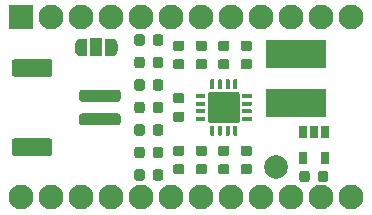
<source format=gbr>
G04 #@! TF.GenerationSoftware,KiCad,Pcbnew,5.1.5+dfsg1-2build2*
G04 #@! TF.CreationDate,2021-03-15T22:58:29+01:00*
G04 #@! TF.ProjectId,ProMicro_BOOST,50726f4d-6963-4726-9f5f-424f4f53542e,v1.8*
G04 #@! TF.SameCoordinates,Original*
G04 #@! TF.FileFunction,Soldermask,Top*
G04 #@! TF.FilePolarity,Negative*
%FSLAX46Y46*%
G04 Gerber Fmt 4.6, Leading zero omitted, Abs format (unit mm)*
G04 Created by KiCad*
%MOMM*%
%LPD*%
G04 APERTURE LIST*
%ADD10C,2.100000*%
%ADD11R,2.100000X2.100000*%
%ADD12C,2.000000*%
%ADD13R,5.100000X2.350000*%
%ADD14C,0.100000*%
%ADD15R,0.650000X1.060000*%
%ADD16R,1.000000X1.500000*%
G04 APERTURE END LIST*
D10*
X63373000Y-130175000D03*
X65913000Y-130175000D03*
X68453000Y-130175000D03*
X91313000Y-114935000D03*
X70993000Y-130175000D03*
X88773000Y-114935000D03*
X73533000Y-130175000D03*
X86233000Y-114935000D03*
X76073000Y-130175000D03*
X83693000Y-114935000D03*
X78613000Y-130175000D03*
X81153000Y-114935000D03*
X81153000Y-130175000D03*
X78613000Y-114935000D03*
X83693000Y-130175000D03*
X76073000Y-114935000D03*
X86233000Y-130175000D03*
X73533000Y-114935000D03*
X88773000Y-130175000D03*
X70993000Y-114935000D03*
X91313000Y-130175000D03*
X68453000Y-114935000D03*
X65913000Y-114935000D03*
D11*
X63373000Y-114935000D03*
D12*
X84963000Y-127635000D03*
D13*
X86614000Y-122217000D03*
X86614000Y-118067000D03*
D14*
G36*
X82700691Y-116886053D02*
G01*
X82721926Y-116889203D01*
X82742750Y-116894419D01*
X82762962Y-116901651D01*
X82782368Y-116910830D01*
X82800781Y-116921866D01*
X82818024Y-116934654D01*
X82833930Y-116949070D01*
X82848346Y-116964976D01*
X82861134Y-116982219D01*
X82872170Y-117000632D01*
X82881349Y-117020038D01*
X82888581Y-117040250D01*
X82893797Y-117061074D01*
X82896947Y-117082309D01*
X82898000Y-117103750D01*
X82898000Y-117541250D01*
X82896947Y-117562691D01*
X82893797Y-117583926D01*
X82888581Y-117604750D01*
X82881349Y-117624962D01*
X82872170Y-117644368D01*
X82861134Y-117662781D01*
X82848346Y-117680024D01*
X82833930Y-117695930D01*
X82818024Y-117710346D01*
X82800781Y-117723134D01*
X82782368Y-117734170D01*
X82762962Y-117743349D01*
X82742750Y-117750581D01*
X82721926Y-117755797D01*
X82700691Y-117758947D01*
X82679250Y-117760000D01*
X82166750Y-117760000D01*
X82145309Y-117758947D01*
X82124074Y-117755797D01*
X82103250Y-117750581D01*
X82083038Y-117743349D01*
X82063632Y-117734170D01*
X82045219Y-117723134D01*
X82027976Y-117710346D01*
X82012070Y-117695930D01*
X81997654Y-117680024D01*
X81984866Y-117662781D01*
X81973830Y-117644368D01*
X81964651Y-117624962D01*
X81957419Y-117604750D01*
X81952203Y-117583926D01*
X81949053Y-117562691D01*
X81948000Y-117541250D01*
X81948000Y-117103750D01*
X81949053Y-117082309D01*
X81952203Y-117061074D01*
X81957419Y-117040250D01*
X81964651Y-117020038D01*
X81973830Y-117000632D01*
X81984866Y-116982219D01*
X81997654Y-116964976D01*
X82012070Y-116949070D01*
X82027976Y-116934654D01*
X82045219Y-116921866D01*
X82063632Y-116910830D01*
X82083038Y-116901651D01*
X82103250Y-116894419D01*
X82124074Y-116889203D01*
X82145309Y-116886053D01*
X82166750Y-116885000D01*
X82679250Y-116885000D01*
X82700691Y-116886053D01*
G37*
G36*
X82700691Y-118461053D02*
G01*
X82721926Y-118464203D01*
X82742750Y-118469419D01*
X82762962Y-118476651D01*
X82782368Y-118485830D01*
X82800781Y-118496866D01*
X82818024Y-118509654D01*
X82833930Y-118524070D01*
X82848346Y-118539976D01*
X82861134Y-118557219D01*
X82872170Y-118575632D01*
X82881349Y-118595038D01*
X82888581Y-118615250D01*
X82893797Y-118636074D01*
X82896947Y-118657309D01*
X82898000Y-118678750D01*
X82898000Y-119116250D01*
X82896947Y-119137691D01*
X82893797Y-119158926D01*
X82888581Y-119179750D01*
X82881349Y-119199962D01*
X82872170Y-119219368D01*
X82861134Y-119237781D01*
X82848346Y-119255024D01*
X82833930Y-119270930D01*
X82818024Y-119285346D01*
X82800781Y-119298134D01*
X82782368Y-119309170D01*
X82762962Y-119318349D01*
X82742750Y-119325581D01*
X82721926Y-119330797D01*
X82700691Y-119333947D01*
X82679250Y-119335000D01*
X82166750Y-119335000D01*
X82145309Y-119333947D01*
X82124074Y-119330797D01*
X82103250Y-119325581D01*
X82083038Y-119318349D01*
X82063632Y-119309170D01*
X82045219Y-119298134D01*
X82027976Y-119285346D01*
X82012070Y-119270930D01*
X81997654Y-119255024D01*
X81984866Y-119237781D01*
X81973830Y-119219368D01*
X81964651Y-119199962D01*
X81957419Y-119179750D01*
X81952203Y-119158926D01*
X81949053Y-119137691D01*
X81948000Y-119116250D01*
X81948000Y-118678750D01*
X81949053Y-118657309D01*
X81952203Y-118636074D01*
X81957419Y-118615250D01*
X81964651Y-118595038D01*
X81973830Y-118575632D01*
X81984866Y-118557219D01*
X81997654Y-118539976D01*
X82012070Y-118524070D01*
X82027976Y-118509654D01*
X82045219Y-118496866D01*
X82063632Y-118485830D01*
X82083038Y-118476651D01*
X82103250Y-118469419D01*
X82124074Y-118464203D01*
X82145309Y-118461053D01*
X82166750Y-118460000D01*
X82679250Y-118460000D01*
X82700691Y-118461053D01*
G37*
G36*
X82700691Y-127351053D02*
G01*
X82721926Y-127354203D01*
X82742750Y-127359419D01*
X82762962Y-127366651D01*
X82782368Y-127375830D01*
X82800781Y-127386866D01*
X82818024Y-127399654D01*
X82833930Y-127414070D01*
X82848346Y-127429976D01*
X82861134Y-127447219D01*
X82872170Y-127465632D01*
X82881349Y-127485038D01*
X82888581Y-127505250D01*
X82893797Y-127526074D01*
X82896947Y-127547309D01*
X82898000Y-127568750D01*
X82898000Y-128006250D01*
X82896947Y-128027691D01*
X82893797Y-128048926D01*
X82888581Y-128069750D01*
X82881349Y-128089962D01*
X82872170Y-128109368D01*
X82861134Y-128127781D01*
X82848346Y-128145024D01*
X82833930Y-128160930D01*
X82818024Y-128175346D01*
X82800781Y-128188134D01*
X82782368Y-128199170D01*
X82762962Y-128208349D01*
X82742750Y-128215581D01*
X82721926Y-128220797D01*
X82700691Y-128223947D01*
X82679250Y-128225000D01*
X82166750Y-128225000D01*
X82145309Y-128223947D01*
X82124074Y-128220797D01*
X82103250Y-128215581D01*
X82083038Y-128208349D01*
X82063632Y-128199170D01*
X82045219Y-128188134D01*
X82027976Y-128175346D01*
X82012070Y-128160930D01*
X81997654Y-128145024D01*
X81984866Y-128127781D01*
X81973830Y-128109368D01*
X81964651Y-128089962D01*
X81957419Y-128069750D01*
X81952203Y-128048926D01*
X81949053Y-128027691D01*
X81948000Y-128006250D01*
X81948000Y-127568750D01*
X81949053Y-127547309D01*
X81952203Y-127526074D01*
X81957419Y-127505250D01*
X81964651Y-127485038D01*
X81973830Y-127465632D01*
X81984866Y-127447219D01*
X81997654Y-127429976D01*
X82012070Y-127414070D01*
X82027976Y-127399654D01*
X82045219Y-127386866D01*
X82063632Y-127375830D01*
X82083038Y-127366651D01*
X82103250Y-127359419D01*
X82124074Y-127354203D01*
X82145309Y-127351053D01*
X82166750Y-127350000D01*
X82679250Y-127350000D01*
X82700691Y-127351053D01*
G37*
G36*
X82700691Y-125776053D02*
G01*
X82721926Y-125779203D01*
X82742750Y-125784419D01*
X82762962Y-125791651D01*
X82782368Y-125800830D01*
X82800781Y-125811866D01*
X82818024Y-125824654D01*
X82833930Y-125839070D01*
X82848346Y-125854976D01*
X82861134Y-125872219D01*
X82872170Y-125890632D01*
X82881349Y-125910038D01*
X82888581Y-125930250D01*
X82893797Y-125951074D01*
X82896947Y-125972309D01*
X82898000Y-125993750D01*
X82898000Y-126431250D01*
X82896947Y-126452691D01*
X82893797Y-126473926D01*
X82888581Y-126494750D01*
X82881349Y-126514962D01*
X82872170Y-126534368D01*
X82861134Y-126552781D01*
X82848346Y-126570024D01*
X82833930Y-126585930D01*
X82818024Y-126600346D01*
X82800781Y-126613134D01*
X82782368Y-126624170D01*
X82762962Y-126633349D01*
X82742750Y-126640581D01*
X82721926Y-126645797D01*
X82700691Y-126648947D01*
X82679250Y-126650000D01*
X82166750Y-126650000D01*
X82145309Y-126648947D01*
X82124074Y-126645797D01*
X82103250Y-126640581D01*
X82083038Y-126633349D01*
X82063632Y-126624170D01*
X82045219Y-126613134D01*
X82027976Y-126600346D01*
X82012070Y-126585930D01*
X81997654Y-126570024D01*
X81984866Y-126552781D01*
X81973830Y-126534368D01*
X81964651Y-126514962D01*
X81957419Y-126494750D01*
X81952203Y-126473926D01*
X81949053Y-126452691D01*
X81948000Y-126431250D01*
X81948000Y-125993750D01*
X81949053Y-125972309D01*
X81952203Y-125951074D01*
X81957419Y-125930250D01*
X81964651Y-125910038D01*
X81973830Y-125890632D01*
X81984866Y-125872219D01*
X81997654Y-125854976D01*
X82012070Y-125839070D01*
X82027976Y-125824654D01*
X82045219Y-125811866D01*
X82063632Y-125800830D01*
X82083038Y-125791651D01*
X82103250Y-125784419D01*
X82124074Y-125779203D01*
X82145309Y-125776053D01*
X82166750Y-125775000D01*
X82679250Y-125775000D01*
X82700691Y-125776053D01*
G37*
G36*
X80795691Y-127351053D02*
G01*
X80816926Y-127354203D01*
X80837750Y-127359419D01*
X80857962Y-127366651D01*
X80877368Y-127375830D01*
X80895781Y-127386866D01*
X80913024Y-127399654D01*
X80928930Y-127414070D01*
X80943346Y-127429976D01*
X80956134Y-127447219D01*
X80967170Y-127465632D01*
X80976349Y-127485038D01*
X80983581Y-127505250D01*
X80988797Y-127526074D01*
X80991947Y-127547309D01*
X80993000Y-127568750D01*
X80993000Y-128006250D01*
X80991947Y-128027691D01*
X80988797Y-128048926D01*
X80983581Y-128069750D01*
X80976349Y-128089962D01*
X80967170Y-128109368D01*
X80956134Y-128127781D01*
X80943346Y-128145024D01*
X80928930Y-128160930D01*
X80913024Y-128175346D01*
X80895781Y-128188134D01*
X80877368Y-128199170D01*
X80857962Y-128208349D01*
X80837750Y-128215581D01*
X80816926Y-128220797D01*
X80795691Y-128223947D01*
X80774250Y-128225000D01*
X80261750Y-128225000D01*
X80240309Y-128223947D01*
X80219074Y-128220797D01*
X80198250Y-128215581D01*
X80178038Y-128208349D01*
X80158632Y-128199170D01*
X80140219Y-128188134D01*
X80122976Y-128175346D01*
X80107070Y-128160930D01*
X80092654Y-128145024D01*
X80079866Y-128127781D01*
X80068830Y-128109368D01*
X80059651Y-128089962D01*
X80052419Y-128069750D01*
X80047203Y-128048926D01*
X80044053Y-128027691D01*
X80043000Y-128006250D01*
X80043000Y-127568750D01*
X80044053Y-127547309D01*
X80047203Y-127526074D01*
X80052419Y-127505250D01*
X80059651Y-127485038D01*
X80068830Y-127465632D01*
X80079866Y-127447219D01*
X80092654Y-127429976D01*
X80107070Y-127414070D01*
X80122976Y-127399654D01*
X80140219Y-127386866D01*
X80158632Y-127375830D01*
X80178038Y-127366651D01*
X80198250Y-127359419D01*
X80219074Y-127354203D01*
X80240309Y-127351053D01*
X80261750Y-127350000D01*
X80774250Y-127350000D01*
X80795691Y-127351053D01*
G37*
G36*
X80795691Y-125776053D02*
G01*
X80816926Y-125779203D01*
X80837750Y-125784419D01*
X80857962Y-125791651D01*
X80877368Y-125800830D01*
X80895781Y-125811866D01*
X80913024Y-125824654D01*
X80928930Y-125839070D01*
X80943346Y-125854976D01*
X80956134Y-125872219D01*
X80967170Y-125890632D01*
X80976349Y-125910038D01*
X80983581Y-125930250D01*
X80988797Y-125951074D01*
X80991947Y-125972309D01*
X80993000Y-125993750D01*
X80993000Y-126431250D01*
X80991947Y-126452691D01*
X80988797Y-126473926D01*
X80983581Y-126494750D01*
X80976349Y-126514962D01*
X80967170Y-126534368D01*
X80956134Y-126552781D01*
X80943346Y-126570024D01*
X80928930Y-126585930D01*
X80913024Y-126600346D01*
X80895781Y-126613134D01*
X80877368Y-126624170D01*
X80857962Y-126633349D01*
X80837750Y-126640581D01*
X80816926Y-126645797D01*
X80795691Y-126648947D01*
X80774250Y-126650000D01*
X80261750Y-126650000D01*
X80240309Y-126648947D01*
X80219074Y-126645797D01*
X80198250Y-126640581D01*
X80178038Y-126633349D01*
X80158632Y-126624170D01*
X80140219Y-126613134D01*
X80122976Y-126600346D01*
X80107070Y-126585930D01*
X80092654Y-126570024D01*
X80079866Y-126552781D01*
X80068830Y-126534368D01*
X80059651Y-126514962D01*
X80052419Y-126494750D01*
X80047203Y-126473926D01*
X80044053Y-126452691D01*
X80043000Y-126431250D01*
X80043000Y-125993750D01*
X80044053Y-125972309D01*
X80047203Y-125951074D01*
X80052419Y-125930250D01*
X80059651Y-125910038D01*
X80068830Y-125890632D01*
X80079866Y-125872219D01*
X80092654Y-125854976D01*
X80107070Y-125839070D01*
X80122976Y-125824654D01*
X80140219Y-125811866D01*
X80158632Y-125800830D01*
X80178038Y-125791651D01*
X80198250Y-125784419D01*
X80219074Y-125779203D01*
X80240309Y-125776053D01*
X80261750Y-125775000D01*
X80774250Y-125775000D01*
X80795691Y-125776053D01*
G37*
G36*
X73620691Y-120176053D02*
G01*
X73641926Y-120179203D01*
X73662750Y-120184419D01*
X73682962Y-120191651D01*
X73702368Y-120200830D01*
X73720781Y-120211866D01*
X73738024Y-120224654D01*
X73753930Y-120239070D01*
X73768346Y-120254976D01*
X73781134Y-120272219D01*
X73792170Y-120290632D01*
X73801349Y-120310038D01*
X73808581Y-120330250D01*
X73813797Y-120351074D01*
X73816947Y-120372309D01*
X73818000Y-120393750D01*
X73818000Y-120906250D01*
X73816947Y-120927691D01*
X73813797Y-120948926D01*
X73808581Y-120969750D01*
X73801349Y-120989962D01*
X73792170Y-121009368D01*
X73781134Y-121027781D01*
X73768346Y-121045024D01*
X73753930Y-121060930D01*
X73738024Y-121075346D01*
X73720781Y-121088134D01*
X73702368Y-121099170D01*
X73682962Y-121108349D01*
X73662750Y-121115581D01*
X73641926Y-121120797D01*
X73620691Y-121123947D01*
X73599250Y-121125000D01*
X73161750Y-121125000D01*
X73140309Y-121123947D01*
X73119074Y-121120797D01*
X73098250Y-121115581D01*
X73078038Y-121108349D01*
X73058632Y-121099170D01*
X73040219Y-121088134D01*
X73022976Y-121075346D01*
X73007070Y-121060930D01*
X72992654Y-121045024D01*
X72979866Y-121027781D01*
X72968830Y-121009368D01*
X72959651Y-120989962D01*
X72952419Y-120969750D01*
X72947203Y-120948926D01*
X72944053Y-120927691D01*
X72943000Y-120906250D01*
X72943000Y-120393750D01*
X72944053Y-120372309D01*
X72947203Y-120351074D01*
X72952419Y-120330250D01*
X72959651Y-120310038D01*
X72968830Y-120290632D01*
X72979866Y-120272219D01*
X72992654Y-120254976D01*
X73007070Y-120239070D01*
X73022976Y-120224654D01*
X73040219Y-120211866D01*
X73058632Y-120200830D01*
X73078038Y-120191651D01*
X73098250Y-120184419D01*
X73119074Y-120179203D01*
X73140309Y-120176053D01*
X73161750Y-120175000D01*
X73599250Y-120175000D01*
X73620691Y-120176053D01*
G37*
G36*
X75195691Y-120176053D02*
G01*
X75216926Y-120179203D01*
X75237750Y-120184419D01*
X75257962Y-120191651D01*
X75277368Y-120200830D01*
X75295781Y-120211866D01*
X75313024Y-120224654D01*
X75328930Y-120239070D01*
X75343346Y-120254976D01*
X75356134Y-120272219D01*
X75367170Y-120290632D01*
X75376349Y-120310038D01*
X75383581Y-120330250D01*
X75388797Y-120351074D01*
X75391947Y-120372309D01*
X75393000Y-120393750D01*
X75393000Y-120906250D01*
X75391947Y-120927691D01*
X75388797Y-120948926D01*
X75383581Y-120969750D01*
X75376349Y-120989962D01*
X75367170Y-121009368D01*
X75356134Y-121027781D01*
X75343346Y-121045024D01*
X75328930Y-121060930D01*
X75313024Y-121075346D01*
X75295781Y-121088134D01*
X75277368Y-121099170D01*
X75257962Y-121108349D01*
X75237750Y-121115581D01*
X75216926Y-121120797D01*
X75195691Y-121123947D01*
X75174250Y-121125000D01*
X74736750Y-121125000D01*
X74715309Y-121123947D01*
X74694074Y-121120797D01*
X74673250Y-121115581D01*
X74653038Y-121108349D01*
X74633632Y-121099170D01*
X74615219Y-121088134D01*
X74597976Y-121075346D01*
X74582070Y-121060930D01*
X74567654Y-121045024D01*
X74554866Y-121027781D01*
X74543830Y-121009368D01*
X74534651Y-120989962D01*
X74527419Y-120969750D01*
X74522203Y-120948926D01*
X74519053Y-120927691D01*
X74518000Y-120906250D01*
X74518000Y-120393750D01*
X74519053Y-120372309D01*
X74522203Y-120351074D01*
X74527419Y-120330250D01*
X74534651Y-120310038D01*
X74543830Y-120290632D01*
X74554866Y-120272219D01*
X74567654Y-120254976D01*
X74582070Y-120239070D01*
X74597976Y-120224654D01*
X74615219Y-120211866D01*
X74633632Y-120200830D01*
X74653038Y-120191651D01*
X74673250Y-120184419D01*
X74694074Y-120179203D01*
X74715309Y-120176053D01*
X74736750Y-120175000D01*
X75174250Y-120175000D01*
X75195691Y-120176053D01*
G37*
G36*
X80795691Y-116886053D02*
G01*
X80816926Y-116889203D01*
X80837750Y-116894419D01*
X80857962Y-116901651D01*
X80877368Y-116910830D01*
X80895781Y-116921866D01*
X80913024Y-116934654D01*
X80928930Y-116949070D01*
X80943346Y-116964976D01*
X80956134Y-116982219D01*
X80967170Y-117000632D01*
X80976349Y-117020038D01*
X80983581Y-117040250D01*
X80988797Y-117061074D01*
X80991947Y-117082309D01*
X80993000Y-117103750D01*
X80993000Y-117541250D01*
X80991947Y-117562691D01*
X80988797Y-117583926D01*
X80983581Y-117604750D01*
X80976349Y-117624962D01*
X80967170Y-117644368D01*
X80956134Y-117662781D01*
X80943346Y-117680024D01*
X80928930Y-117695930D01*
X80913024Y-117710346D01*
X80895781Y-117723134D01*
X80877368Y-117734170D01*
X80857962Y-117743349D01*
X80837750Y-117750581D01*
X80816926Y-117755797D01*
X80795691Y-117758947D01*
X80774250Y-117760000D01*
X80261750Y-117760000D01*
X80240309Y-117758947D01*
X80219074Y-117755797D01*
X80198250Y-117750581D01*
X80178038Y-117743349D01*
X80158632Y-117734170D01*
X80140219Y-117723134D01*
X80122976Y-117710346D01*
X80107070Y-117695930D01*
X80092654Y-117680024D01*
X80079866Y-117662781D01*
X80068830Y-117644368D01*
X80059651Y-117624962D01*
X80052419Y-117604750D01*
X80047203Y-117583926D01*
X80044053Y-117562691D01*
X80043000Y-117541250D01*
X80043000Y-117103750D01*
X80044053Y-117082309D01*
X80047203Y-117061074D01*
X80052419Y-117040250D01*
X80059651Y-117020038D01*
X80068830Y-117000632D01*
X80079866Y-116982219D01*
X80092654Y-116964976D01*
X80107070Y-116949070D01*
X80122976Y-116934654D01*
X80140219Y-116921866D01*
X80158632Y-116910830D01*
X80178038Y-116901651D01*
X80198250Y-116894419D01*
X80219074Y-116889203D01*
X80240309Y-116886053D01*
X80261750Y-116885000D01*
X80774250Y-116885000D01*
X80795691Y-116886053D01*
G37*
G36*
X80795691Y-118461053D02*
G01*
X80816926Y-118464203D01*
X80837750Y-118469419D01*
X80857962Y-118476651D01*
X80877368Y-118485830D01*
X80895781Y-118496866D01*
X80913024Y-118509654D01*
X80928930Y-118524070D01*
X80943346Y-118539976D01*
X80956134Y-118557219D01*
X80967170Y-118575632D01*
X80976349Y-118595038D01*
X80983581Y-118615250D01*
X80988797Y-118636074D01*
X80991947Y-118657309D01*
X80993000Y-118678750D01*
X80993000Y-119116250D01*
X80991947Y-119137691D01*
X80988797Y-119158926D01*
X80983581Y-119179750D01*
X80976349Y-119199962D01*
X80967170Y-119219368D01*
X80956134Y-119237781D01*
X80943346Y-119255024D01*
X80928930Y-119270930D01*
X80913024Y-119285346D01*
X80895781Y-119298134D01*
X80877368Y-119309170D01*
X80857962Y-119318349D01*
X80837750Y-119325581D01*
X80816926Y-119330797D01*
X80795691Y-119333947D01*
X80774250Y-119335000D01*
X80261750Y-119335000D01*
X80240309Y-119333947D01*
X80219074Y-119330797D01*
X80198250Y-119325581D01*
X80178038Y-119318349D01*
X80158632Y-119309170D01*
X80140219Y-119298134D01*
X80122976Y-119285346D01*
X80107070Y-119270930D01*
X80092654Y-119255024D01*
X80079866Y-119237781D01*
X80068830Y-119219368D01*
X80059651Y-119199962D01*
X80052419Y-119179750D01*
X80047203Y-119158926D01*
X80044053Y-119137691D01*
X80043000Y-119116250D01*
X80043000Y-118678750D01*
X80044053Y-118657309D01*
X80047203Y-118636074D01*
X80052419Y-118615250D01*
X80059651Y-118595038D01*
X80068830Y-118575632D01*
X80079866Y-118557219D01*
X80092654Y-118539976D01*
X80107070Y-118524070D01*
X80122976Y-118509654D01*
X80140219Y-118496866D01*
X80158632Y-118485830D01*
X80178038Y-118476651D01*
X80198250Y-118469419D01*
X80219074Y-118464203D01*
X80240309Y-118461053D01*
X80261750Y-118460000D01*
X80774250Y-118460000D01*
X80795691Y-118461053D01*
G37*
G36*
X76985691Y-127351053D02*
G01*
X77006926Y-127354203D01*
X77027750Y-127359419D01*
X77047962Y-127366651D01*
X77067368Y-127375830D01*
X77085781Y-127386866D01*
X77103024Y-127399654D01*
X77118930Y-127414070D01*
X77133346Y-127429976D01*
X77146134Y-127447219D01*
X77157170Y-127465632D01*
X77166349Y-127485038D01*
X77173581Y-127505250D01*
X77178797Y-127526074D01*
X77181947Y-127547309D01*
X77183000Y-127568750D01*
X77183000Y-128006250D01*
X77181947Y-128027691D01*
X77178797Y-128048926D01*
X77173581Y-128069750D01*
X77166349Y-128089962D01*
X77157170Y-128109368D01*
X77146134Y-128127781D01*
X77133346Y-128145024D01*
X77118930Y-128160930D01*
X77103024Y-128175346D01*
X77085781Y-128188134D01*
X77067368Y-128199170D01*
X77047962Y-128208349D01*
X77027750Y-128215581D01*
X77006926Y-128220797D01*
X76985691Y-128223947D01*
X76964250Y-128225000D01*
X76451750Y-128225000D01*
X76430309Y-128223947D01*
X76409074Y-128220797D01*
X76388250Y-128215581D01*
X76368038Y-128208349D01*
X76348632Y-128199170D01*
X76330219Y-128188134D01*
X76312976Y-128175346D01*
X76297070Y-128160930D01*
X76282654Y-128145024D01*
X76269866Y-128127781D01*
X76258830Y-128109368D01*
X76249651Y-128089962D01*
X76242419Y-128069750D01*
X76237203Y-128048926D01*
X76234053Y-128027691D01*
X76233000Y-128006250D01*
X76233000Y-127568750D01*
X76234053Y-127547309D01*
X76237203Y-127526074D01*
X76242419Y-127505250D01*
X76249651Y-127485038D01*
X76258830Y-127465632D01*
X76269866Y-127447219D01*
X76282654Y-127429976D01*
X76297070Y-127414070D01*
X76312976Y-127399654D01*
X76330219Y-127386866D01*
X76348632Y-127375830D01*
X76368038Y-127366651D01*
X76388250Y-127359419D01*
X76409074Y-127354203D01*
X76430309Y-127351053D01*
X76451750Y-127350000D01*
X76964250Y-127350000D01*
X76985691Y-127351053D01*
G37*
G36*
X76985691Y-125776053D02*
G01*
X77006926Y-125779203D01*
X77027750Y-125784419D01*
X77047962Y-125791651D01*
X77067368Y-125800830D01*
X77085781Y-125811866D01*
X77103024Y-125824654D01*
X77118930Y-125839070D01*
X77133346Y-125854976D01*
X77146134Y-125872219D01*
X77157170Y-125890632D01*
X77166349Y-125910038D01*
X77173581Y-125930250D01*
X77178797Y-125951074D01*
X77181947Y-125972309D01*
X77183000Y-125993750D01*
X77183000Y-126431250D01*
X77181947Y-126452691D01*
X77178797Y-126473926D01*
X77173581Y-126494750D01*
X77166349Y-126514962D01*
X77157170Y-126534368D01*
X77146134Y-126552781D01*
X77133346Y-126570024D01*
X77118930Y-126585930D01*
X77103024Y-126600346D01*
X77085781Y-126613134D01*
X77067368Y-126624170D01*
X77047962Y-126633349D01*
X77027750Y-126640581D01*
X77006926Y-126645797D01*
X76985691Y-126648947D01*
X76964250Y-126650000D01*
X76451750Y-126650000D01*
X76430309Y-126648947D01*
X76409074Y-126645797D01*
X76388250Y-126640581D01*
X76368038Y-126633349D01*
X76348632Y-126624170D01*
X76330219Y-126613134D01*
X76312976Y-126600346D01*
X76297070Y-126585930D01*
X76282654Y-126570024D01*
X76269866Y-126552781D01*
X76258830Y-126534368D01*
X76249651Y-126514962D01*
X76242419Y-126494750D01*
X76237203Y-126473926D01*
X76234053Y-126452691D01*
X76233000Y-126431250D01*
X76233000Y-125993750D01*
X76234053Y-125972309D01*
X76237203Y-125951074D01*
X76242419Y-125930250D01*
X76249651Y-125910038D01*
X76258830Y-125890632D01*
X76269866Y-125872219D01*
X76282654Y-125854976D01*
X76297070Y-125839070D01*
X76312976Y-125824654D01*
X76330219Y-125811866D01*
X76348632Y-125800830D01*
X76368038Y-125791651D01*
X76388250Y-125784419D01*
X76409074Y-125779203D01*
X76430309Y-125776053D01*
X76451750Y-125775000D01*
X76964250Y-125775000D01*
X76985691Y-125776053D01*
G37*
G36*
X78890691Y-125776053D02*
G01*
X78911926Y-125779203D01*
X78932750Y-125784419D01*
X78952962Y-125791651D01*
X78972368Y-125800830D01*
X78990781Y-125811866D01*
X79008024Y-125824654D01*
X79023930Y-125839070D01*
X79038346Y-125854976D01*
X79051134Y-125872219D01*
X79062170Y-125890632D01*
X79071349Y-125910038D01*
X79078581Y-125930250D01*
X79083797Y-125951074D01*
X79086947Y-125972309D01*
X79088000Y-125993750D01*
X79088000Y-126431250D01*
X79086947Y-126452691D01*
X79083797Y-126473926D01*
X79078581Y-126494750D01*
X79071349Y-126514962D01*
X79062170Y-126534368D01*
X79051134Y-126552781D01*
X79038346Y-126570024D01*
X79023930Y-126585930D01*
X79008024Y-126600346D01*
X78990781Y-126613134D01*
X78972368Y-126624170D01*
X78952962Y-126633349D01*
X78932750Y-126640581D01*
X78911926Y-126645797D01*
X78890691Y-126648947D01*
X78869250Y-126650000D01*
X78356750Y-126650000D01*
X78335309Y-126648947D01*
X78314074Y-126645797D01*
X78293250Y-126640581D01*
X78273038Y-126633349D01*
X78253632Y-126624170D01*
X78235219Y-126613134D01*
X78217976Y-126600346D01*
X78202070Y-126585930D01*
X78187654Y-126570024D01*
X78174866Y-126552781D01*
X78163830Y-126534368D01*
X78154651Y-126514962D01*
X78147419Y-126494750D01*
X78142203Y-126473926D01*
X78139053Y-126452691D01*
X78138000Y-126431250D01*
X78138000Y-125993750D01*
X78139053Y-125972309D01*
X78142203Y-125951074D01*
X78147419Y-125930250D01*
X78154651Y-125910038D01*
X78163830Y-125890632D01*
X78174866Y-125872219D01*
X78187654Y-125854976D01*
X78202070Y-125839070D01*
X78217976Y-125824654D01*
X78235219Y-125811866D01*
X78253632Y-125800830D01*
X78273038Y-125791651D01*
X78293250Y-125784419D01*
X78314074Y-125779203D01*
X78335309Y-125776053D01*
X78356750Y-125775000D01*
X78869250Y-125775000D01*
X78890691Y-125776053D01*
G37*
G36*
X78890691Y-127351053D02*
G01*
X78911926Y-127354203D01*
X78932750Y-127359419D01*
X78952962Y-127366651D01*
X78972368Y-127375830D01*
X78990781Y-127386866D01*
X79008024Y-127399654D01*
X79023930Y-127414070D01*
X79038346Y-127429976D01*
X79051134Y-127447219D01*
X79062170Y-127465632D01*
X79071349Y-127485038D01*
X79078581Y-127505250D01*
X79083797Y-127526074D01*
X79086947Y-127547309D01*
X79088000Y-127568750D01*
X79088000Y-128006250D01*
X79086947Y-128027691D01*
X79083797Y-128048926D01*
X79078581Y-128069750D01*
X79071349Y-128089962D01*
X79062170Y-128109368D01*
X79051134Y-128127781D01*
X79038346Y-128145024D01*
X79023930Y-128160930D01*
X79008024Y-128175346D01*
X78990781Y-128188134D01*
X78972368Y-128199170D01*
X78952962Y-128208349D01*
X78932750Y-128215581D01*
X78911926Y-128220797D01*
X78890691Y-128223947D01*
X78869250Y-128225000D01*
X78356750Y-128225000D01*
X78335309Y-128223947D01*
X78314074Y-128220797D01*
X78293250Y-128215581D01*
X78273038Y-128208349D01*
X78253632Y-128199170D01*
X78235219Y-128188134D01*
X78217976Y-128175346D01*
X78202070Y-128160930D01*
X78187654Y-128145024D01*
X78174866Y-128127781D01*
X78163830Y-128109368D01*
X78154651Y-128089962D01*
X78147419Y-128069750D01*
X78142203Y-128048926D01*
X78139053Y-128027691D01*
X78138000Y-128006250D01*
X78138000Y-127568750D01*
X78139053Y-127547309D01*
X78142203Y-127526074D01*
X78147419Y-127505250D01*
X78154651Y-127485038D01*
X78163830Y-127465632D01*
X78174866Y-127447219D01*
X78187654Y-127429976D01*
X78202070Y-127414070D01*
X78217976Y-127399654D01*
X78235219Y-127386866D01*
X78253632Y-127375830D01*
X78273038Y-127366651D01*
X78293250Y-127359419D01*
X78314074Y-127354203D01*
X78335309Y-127351053D01*
X78356750Y-127350000D01*
X78869250Y-127350000D01*
X78890691Y-127351053D01*
G37*
G36*
X78890691Y-118461053D02*
G01*
X78911926Y-118464203D01*
X78932750Y-118469419D01*
X78952962Y-118476651D01*
X78972368Y-118485830D01*
X78990781Y-118496866D01*
X79008024Y-118509654D01*
X79023930Y-118524070D01*
X79038346Y-118539976D01*
X79051134Y-118557219D01*
X79062170Y-118575632D01*
X79071349Y-118595038D01*
X79078581Y-118615250D01*
X79083797Y-118636074D01*
X79086947Y-118657309D01*
X79088000Y-118678750D01*
X79088000Y-119116250D01*
X79086947Y-119137691D01*
X79083797Y-119158926D01*
X79078581Y-119179750D01*
X79071349Y-119199962D01*
X79062170Y-119219368D01*
X79051134Y-119237781D01*
X79038346Y-119255024D01*
X79023930Y-119270930D01*
X79008024Y-119285346D01*
X78990781Y-119298134D01*
X78972368Y-119309170D01*
X78952962Y-119318349D01*
X78932750Y-119325581D01*
X78911926Y-119330797D01*
X78890691Y-119333947D01*
X78869250Y-119335000D01*
X78356750Y-119335000D01*
X78335309Y-119333947D01*
X78314074Y-119330797D01*
X78293250Y-119325581D01*
X78273038Y-119318349D01*
X78253632Y-119309170D01*
X78235219Y-119298134D01*
X78217976Y-119285346D01*
X78202070Y-119270930D01*
X78187654Y-119255024D01*
X78174866Y-119237781D01*
X78163830Y-119219368D01*
X78154651Y-119199962D01*
X78147419Y-119179750D01*
X78142203Y-119158926D01*
X78139053Y-119137691D01*
X78138000Y-119116250D01*
X78138000Y-118678750D01*
X78139053Y-118657309D01*
X78142203Y-118636074D01*
X78147419Y-118615250D01*
X78154651Y-118595038D01*
X78163830Y-118575632D01*
X78174866Y-118557219D01*
X78187654Y-118539976D01*
X78202070Y-118524070D01*
X78217976Y-118509654D01*
X78235219Y-118496866D01*
X78253632Y-118485830D01*
X78273038Y-118476651D01*
X78293250Y-118469419D01*
X78314074Y-118464203D01*
X78335309Y-118461053D01*
X78356750Y-118460000D01*
X78869250Y-118460000D01*
X78890691Y-118461053D01*
G37*
G36*
X78890691Y-116886053D02*
G01*
X78911926Y-116889203D01*
X78932750Y-116894419D01*
X78952962Y-116901651D01*
X78972368Y-116910830D01*
X78990781Y-116921866D01*
X79008024Y-116934654D01*
X79023930Y-116949070D01*
X79038346Y-116964976D01*
X79051134Y-116982219D01*
X79062170Y-117000632D01*
X79071349Y-117020038D01*
X79078581Y-117040250D01*
X79083797Y-117061074D01*
X79086947Y-117082309D01*
X79088000Y-117103750D01*
X79088000Y-117541250D01*
X79086947Y-117562691D01*
X79083797Y-117583926D01*
X79078581Y-117604750D01*
X79071349Y-117624962D01*
X79062170Y-117644368D01*
X79051134Y-117662781D01*
X79038346Y-117680024D01*
X79023930Y-117695930D01*
X79008024Y-117710346D01*
X78990781Y-117723134D01*
X78972368Y-117734170D01*
X78952962Y-117743349D01*
X78932750Y-117750581D01*
X78911926Y-117755797D01*
X78890691Y-117758947D01*
X78869250Y-117760000D01*
X78356750Y-117760000D01*
X78335309Y-117758947D01*
X78314074Y-117755797D01*
X78293250Y-117750581D01*
X78273038Y-117743349D01*
X78253632Y-117734170D01*
X78235219Y-117723134D01*
X78217976Y-117710346D01*
X78202070Y-117695930D01*
X78187654Y-117680024D01*
X78174866Y-117662781D01*
X78163830Y-117644368D01*
X78154651Y-117624962D01*
X78147419Y-117604750D01*
X78142203Y-117583926D01*
X78139053Y-117562691D01*
X78138000Y-117541250D01*
X78138000Y-117103750D01*
X78139053Y-117082309D01*
X78142203Y-117061074D01*
X78147419Y-117040250D01*
X78154651Y-117020038D01*
X78163830Y-117000632D01*
X78174866Y-116982219D01*
X78187654Y-116964976D01*
X78202070Y-116949070D01*
X78217976Y-116934654D01*
X78235219Y-116921866D01*
X78253632Y-116910830D01*
X78273038Y-116901651D01*
X78293250Y-116894419D01*
X78314074Y-116889203D01*
X78335309Y-116886053D01*
X78356750Y-116885000D01*
X78869250Y-116885000D01*
X78890691Y-116886053D01*
G37*
G36*
X76985691Y-116886053D02*
G01*
X77006926Y-116889203D01*
X77027750Y-116894419D01*
X77047962Y-116901651D01*
X77067368Y-116910830D01*
X77085781Y-116921866D01*
X77103024Y-116934654D01*
X77118930Y-116949070D01*
X77133346Y-116964976D01*
X77146134Y-116982219D01*
X77157170Y-117000632D01*
X77166349Y-117020038D01*
X77173581Y-117040250D01*
X77178797Y-117061074D01*
X77181947Y-117082309D01*
X77183000Y-117103750D01*
X77183000Y-117541250D01*
X77181947Y-117562691D01*
X77178797Y-117583926D01*
X77173581Y-117604750D01*
X77166349Y-117624962D01*
X77157170Y-117644368D01*
X77146134Y-117662781D01*
X77133346Y-117680024D01*
X77118930Y-117695930D01*
X77103024Y-117710346D01*
X77085781Y-117723134D01*
X77067368Y-117734170D01*
X77047962Y-117743349D01*
X77027750Y-117750581D01*
X77006926Y-117755797D01*
X76985691Y-117758947D01*
X76964250Y-117760000D01*
X76451750Y-117760000D01*
X76430309Y-117758947D01*
X76409074Y-117755797D01*
X76388250Y-117750581D01*
X76368038Y-117743349D01*
X76348632Y-117734170D01*
X76330219Y-117723134D01*
X76312976Y-117710346D01*
X76297070Y-117695930D01*
X76282654Y-117680024D01*
X76269866Y-117662781D01*
X76258830Y-117644368D01*
X76249651Y-117624962D01*
X76242419Y-117604750D01*
X76237203Y-117583926D01*
X76234053Y-117562691D01*
X76233000Y-117541250D01*
X76233000Y-117103750D01*
X76234053Y-117082309D01*
X76237203Y-117061074D01*
X76242419Y-117040250D01*
X76249651Y-117020038D01*
X76258830Y-117000632D01*
X76269866Y-116982219D01*
X76282654Y-116964976D01*
X76297070Y-116949070D01*
X76312976Y-116934654D01*
X76330219Y-116921866D01*
X76348632Y-116910830D01*
X76368038Y-116901651D01*
X76388250Y-116894419D01*
X76409074Y-116889203D01*
X76430309Y-116886053D01*
X76451750Y-116885000D01*
X76964250Y-116885000D01*
X76985691Y-116886053D01*
G37*
G36*
X76985691Y-118461053D02*
G01*
X77006926Y-118464203D01*
X77027750Y-118469419D01*
X77047962Y-118476651D01*
X77067368Y-118485830D01*
X77085781Y-118496866D01*
X77103024Y-118509654D01*
X77118930Y-118524070D01*
X77133346Y-118539976D01*
X77146134Y-118557219D01*
X77157170Y-118575632D01*
X77166349Y-118595038D01*
X77173581Y-118615250D01*
X77178797Y-118636074D01*
X77181947Y-118657309D01*
X77183000Y-118678750D01*
X77183000Y-119116250D01*
X77181947Y-119137691D01*
X77178797Y-119158926D01*
X77173581Y-119179750D01*
X77166349Y-119199962D01*
X77157170Y-119219368D01*
X77146134Y-119237781D01*
X77133346Y-119255024D01*
X77118930Y-119270930D01*
X77103024Y-119285346D01*
X77085781Y-119298134D01*
X77067368Y-119309170D01*
X77047962Y-119318349D01*
X77027750Y-119325581D01*
X77006926Y-119330797D01*
X76985691Y-119333947D01*
X76964250Y-119335000D01*
X76451750Y-119335000D01*
X76430309Y-119333947D01*
X76409074Y-119330797D01*
X76388250Y-119325581D01*
X76368038Y-119318349D01*
X76348632Y-119309170D01*
X76330219Y-119298134D01*
X76312976Y-119285346D01*
X76297070Y-119270930D01*
X76282654Y-119255024D01*
X76269866Y-119237781D01*
X76258830Y-119219368D01*
X76249651Y-119199962D01*
X76242419Y-119179750D01*
X76237203Y-119158926D01*
X76234053Y-119137691D01*
X76233000Y-119116250D01*
X76233000Y-118678750D01*
X76234053Y-118657309D01*
X76237203Y-118636074D01*
X76242419Y-118615250D01*
X76249651Y-118595038D01*
X76258830Y-118575632D01*
X76269866Y-118557219D01*
X76282654Y-118539976D01*
X76297070Y-118524070D01*
X76312976Y-118509654D01*
X76330219Y-118496866D01*
X76348632Y-118485830D01*
X76368038Y-118476651D01*
X76388250Y-118469419D01*
X76409074Y-118464203D01*
X76430309Y-118461053D01*
X76451750Y-118460000D01*
X76964250Y-118460000D01*
X76985691Y-118461053D01*
G37*
G36*
X76985691Y-121331053D02*
G01*
X77006926Y-121334203D01*
X77027750Y-121339419D01*
X77047962Y-121346651D01*
X77067368Y-121355830D01*
X77085781Y-121366866D01*
X77103024Y-121379654D01*
X77118930Y-121394070D01*
X77133346Y-121409976D01*
X77146134Y-121427219D01*
X77157170Y-121445632D01*
X77166349Y-121465038D01*
X77173581Y-121485250D01*
X77178797Y-121506074D01*
X77181947Y-121527309D01*
X77183000Y-121548750D01*
X77183000Y-121986250D01*
X77181947Y-122007691D01*
X77178797Y-122028926D01*
X77173581Y-122049750D01*
X77166349Y-122069962D01*
X77157170Y-122089368D01*
X77146134Y-122107781D01*
X77133346Y-122125024D01*
X77118930Y-122140930D01*
X77103024Y-122155346D01*
X77085781Y-122168134D01*
X77067368Y-122179170D01*
X77047962Y-122188349D01*
X77027750Y-122195581D01*
X77006926Y-122200797D01*
X76985691Y-122203947D01*
X76964250Y-122205000D01*
X76451750Y-122205000D01*
X76430309Y-122203947D01*
X76409074Y-122200797D01*
X76388250Y-122195581D01*
X76368038Y-122188349D01*
X76348632Y-122179170D01*
X76330219Y-122168134D01*
X76312976Y-122155346D01*
X76297070Y-122140930D01*
X76282654Y-122125024D01*
X76269866Y-122107781D01*
X76258830Y-122089368D01*
X76249651Y-122069962D01*
X76242419Y-122049750D01*
X76237203Y-122028926D01*
X76234053Y-122007691D01*
X76233000Y-121986250D01*
X76233000Y-121548750D01*
X76234053Y-121527309D01*
X76237203Y-121506074D01*
X76242419Y-121485250D01*
X76249651Y-121465038D01*
X76258830Y-121445632D01*
X76269866Y-121427219D01*
X76282654Y-121409976D01*
X76297070Y-121394070D01*
X76312976Y-121379654D01*
X76330219Y-121366866D01*
X76348632Y-121355830D01*
X76368038Y-121346651D01*
X76388250Y-121339419D01*
X76409074Y-121334203D01*
X76430309Y-121331053D01*
X76451750Y-121330000D01*
X76964250Y-121330000D01*
X76985691Y-121331053D01*
G37*
G36*
X76985691Y-122906053D02*
G01*
X77006926Y-122909203D01*
X77027750Y-122914419D01*
X77047962Y-122921651D01*
X77067368Y-122930830D01*
X77085781Y-122941866D01*
X77103024Y-122954654D01*
X77118930Y-122969070D01*
X77133346Y-122984976D01*
X77146134Y-123002219D01*
X77157170Y-123020632D01*
X77166349Y-123040038D01*
X77173581Y-123060250D01*
X77178797Y-123081074D01*
X77181947Y-123102309D01*
X77183000Y-123123750D01*
X77183000Y-123561250D01*
X77181947Y-123582691D01*
X77178797Y-123603926D01*
X77173581Y-123624750D01*
X77166349Y-123644962D01*
X77157170Y-123664368D01*
X77146134Y-123682781D01*
X77133346Y-123700024D01*
X77118930Y-123715930D01*
X77103024Y-123730346D01*
X77085781Y-123743134D01*
X77067368Y-123754170D01*
X77047962Y-123763349D01*
X77027750Y-123770581D01*
X77006926Y-123775797D01*
X76985691Y-123778947D01*
X76964250Y-123780000D01*
X76451750Y-123780000D01*
X76430309Y-123778947D01*
X76409074Y-123775797D01*
X76388250Y-123770581D01*
X76368038Y-123763349D01*
X76348632Y-123754170D01*
X76330219Y-123743134D01*
X76312976Y-123730346D01*
X76297070Y-123715930D01*
X76282654Y-123700024D01*
X76269866Y-123682781D01*
X76258830Y-123664368D01*
X76249651Y-123644962D01*
X76242419Y-123624750D01*
X76237203Y-123603926D01*
X76234053Y-123582691D01*
X76233000Y-123561250D01*
X76233000Y-123123750D01*
X76234053Y-123102309D01*
X76237203Y-123081074D01*
X76242419Y-123060250D01*
X76249651Y-123040038D01*
X76258830Y-123020632D01*
X76269866Y-123002219D01*
X76282654Y-122984976D01*
X76297070Y-122969070D01*
X76312976Y-122954654D01*
X76330219Y-122941866D01*
X76348632Y-122930830D01*
X76368038Y-122921651D01*
X76388250Y-122914419D01*
X76409074Y-122909203D01*
X76430309Y-122906053D01*
X76451750Y-122905000D01*
X76964250Y-122905000D01*
X76985691Y-122906053D01*
G37*
G36*
X89165691Y-127923053D02*
G01*
X89186926Y-127926203D01*
X89207750Y-127931419D01*
X89227962Y-127938651D01*
X89247368Y-127947830D01*
X89265781Y-127958866D01*
X89283024Y-127971654D01*
X89298930Y-127986070D01*
X89313346Y-128001976D01*
X89326134Y-128019219D01*
X89337170Y-128037632D01*
X89346349Y-128057038D01*
X89353581Y-128077250D01*
X89358797Y-128098074D01*
X89361947Y-128119309D01*
X89363000Y-128140750D01*
X89363000Y-128653250D01*
X89361947Y-128674691D01*
X89358797Y-128695926D01*
X89353581Y-128716750D01*
X89346349Y-128736962D01*
X89337170Y-128756368D01*
X89326134Y-128774781D01*
X89313346Y-128792024D01*
X89298930Y-128807930D01*
X89283024Y-128822346D01*
X89265781Y-128835134D01*
X89247368Y-128846170D01*
X89227962Y-128855349D01*
X89207750Y-128862581D01*
X89186926Y-128867797D01*
X89165691Y-128870947D01*
X89144250Y-128872000D01*
X88706750Y-128872000D01*
X88685309Y-128870947D01*
X88664074Y-128867797D01*
X88643250Y-128862581D01*
X88623038Y-128855349D01*
X88603632Y-128846170D01*
X88585219Y-128835134D01*
X88567976Y-128822346D01*
X88552070Y-128807930D01*
X88537654Y-128792024D01*
X88524866Y-128774781D01*
X88513830Y-128756368D01*
X88504651Y-128736962D01*
X88497419Y-128716750D01*
X88492203Y-128695926D01*
X88489053Y-128674691D01*
X88488000Y-128653250D01*
X88488000Y-128140750D01*
X88489053Y-128119309D01*
X88492203Y-128098074D01*
X88497419Y-128077250D01*
X88504651Y-128057038D01*
X88513830Y-128037632D01*
X88524866Y-128019219D01*
X88537654Y-128001976D01*
X88552070Y-127986070D01*
X88567976Y-127971654D01*
X88585219Y-127958866D01*
X88603632Y-127947830D01*
X88623038Y-127938651D01*
X88643250Y-127931419D01*
X88664074Y-127926203D01*
X88685309Y-127923053D01*
X88706750Y-127922000D01*
X89144250Y-127922000D01*
X89165691Y-127923053D01*
G37*
G36*
X87590691Y-127923053D02*
G01*
X87611926Y-127926203D01*
X87632750Y-127931419D01*
X87652962Y-127938651D01*
X87672368Y-127947830D01*
X87690781Y-127958866D01*
X87708024Y-127971654D01*
X87723930Y-127986070D01*
X87738346Y-128001976D01*
X87751134Y-128019219D01*
X87762170Y-128037632D01*
X87771349Y-128057038D01*
X87778581Y-128077250D01*
X87783797Y-128098074D01*
X87786947Y-128119309D01*
X87788000Y-128140750D01*
X87788000Y-128653250D01*
X87786947Y-128674691D01*
X87783797Y-128695926D01*
X87778581Y-128716750D01*
X87771349Y-128736962D01*
X87762170Y-128756368D01*
X87751134Y-128774781D01*
X87738346Y-128792024D01*
X87723930Y-128807930D01*
X87708024Y-128822346D01*
X87690781Y-128835134D01*
X87672368Y-128846170D01*
X87652962Y-128855349D01*
X87632750Y-128862581D01*
X87611926Y-128867797D01*
X87590691Y-128870947D01*
X87569250Y-128872000D01*
X87131750Y-128872000D01*
X87110309Y-128870947D01*
X87089074Y-128867797D01*
X87068250Y-128862581D01*
X87048038Y-128855349D01*
X87028632Y-128846170D01*
X87010219Y-128835134D01*
X86992976Y-128822346D01*
X86977070Y-128807930D01*
X86962654Y-128792024D01*
X86949866Y-128774781D01*
X86938830Y-128756368D01*
X86929651Y-128736962D01*
X86922419Y-128716750D01*
X86917203Y-128695926D01*
X86914053Y-128674691D01*
X86913000Y-128653250D01*
X86913000Y-128140750D01*
X86914053Y-128119309D01*
X86917203Y-128098074D01*
X86922419Y-128077250D01*
X86929651Y-128057038D01*
X86938830Y-128037632D01*
X86949866Y-128019219D01*
X86962654Y-128001976D01*
X86977070Y-127986070D01*
X86992976Y-127971654D01*
X87010219Y-127958866D01*
X87028632Y-127947830D01*
X87048038Y-127938651D01*
X87068250Y-127931419D01*
X87089074Y-127926203D01*
X87110309Y-127923053D01*
X87131750Y-127922000D01*
X87569250Y-127922000D01*
X87590691Y-127923053D01*
G37*
G36*
X81589076Y-124105421D02*
G01*
X81597570Y-124106681D01*
X81605900Y-124108768D01*
X81613985Y-124111661D01*
X81621747Y-124115332D01*
X81629112Y-124119746D01*
X81636009Y-124124862D01*
X81642372Y-124130628D01*
X81648138Y-124136991D01*
X81653254Y-124143888D01*
X81657668Y-124151253D01*
X81661339Y-124159015D01*
X81664232Y-124167100D01*
X81666319Y-124175430D01*
X81667579Y-124183924D01*
X81668000Y-124192500D01*
X81668000Y-124842500D01*
X81667579Y-124851076D01*
X81666319Y-124859570D01*
X81664232Y-124867900D01*
X81661339Y-124875985D01*
X81657668Y-124883747D01*
X81653254Y-124891112D01*
X81648138Y-124898009D01*
X81642372Y-124904372D01*
X81636009Y-124910138D01*
X81629112Y-124915254D01*
X81621747Y-124919668D01*
X81613985Y-124923339D01*
X81605900Y-124926232D01*
X81597570Y-124928319D01*
X81589076Y-124929579D01*
X81580500Y-124930000D01*
X81405500Y-124930000D01*
X81396924Y-124929579D01*
X81388430Y-124928319D01*
X81380100Y-124926232D01*
X81372015Y-124923339D01*
X81364253Y-124919668D01*
X81356888Y-124915254D01*
X81349991Y-124910138D01*
X81343628Y-124904372D01*
X81337862Y-124898009D01*
X81332746Y-124891112D01*
X81328332Y-124883747D01*
X81324661Y-124875985D01*
X81321768Y-124867900D01*
X81319681Y-124859570D01*
X81318421Y-124851076D01*
X81318000Y-124842500D01*
X81318000Y-124192500D01*
X81318421Y-124183924D01*
X81319681Y-124175430D01*
X81321768Y-124167100D01*
X81324661Y-124159015D01*
X81328332Y-124151253D01*
X81332746Y-124143888D01*
X81337862Y-124136991D01*
X81343628Y-124130628D01*
X81349991Y-124124862D01*
X81356888Y-124119746D01*
X81364253Y-124115332D01*
X81372015Y-124111661D01*
X81380100Y-124108768D01*
X81388430Y-124106681D01*
X81396924Y-124105421D01*
X81405500Y-124105000D01*
X81580500Y-124105000D01*
X81589076Y-124105421D01*
G37*
G36*
X80939076Y-124105421D02*
G01*
X80947570Y-124106681D01*
X80955900Y-124108768D01*
X80963985Y-124111661D01*
X80971747Y-124115332D01*
X80979112Y-124119746D01*
X80986009Y-124124862D01*
X80992372Y-124130628D01*
X80998138Y-124136991D01*
X81003254Y-124143888D01*
X81007668Y-124151253D01*
X81011339Y-124159015D01*
X81014232Y-124167100D01*
X81016319Y-124175430D01*
X81017579Y-124183924D01*
X81018000Y-124192500D01*
X81018000Y-124842500D01*
X81017579Y-124851076D01*
X81016319Y-124859570D01*
X81014232Y-124867900D01*
X81011339Y-124875985D01*
X81007668Y-124883747D01*
X81003254Y-124891112D01*
X80998138Y-124898009D01*
X80992372Y-124904372D01*
X80986009Y-124910138D01*
X80979112Y-124915254D01*
X80971747Y-124919668D01*
X80963985Y-124923339D01*
X80955900Y-124926232D01*
X80947570Y-124928319D01*
X80939076Y-124929579D01*
X80930500Y-124930000D01*
X80755500Y-124930000D01*
X80746924Y-124929579D01*
X80738430Y-124928319D01*
X80730100Y-124926232D01*
X80722015Y-124923339D01*
X80714253Y-124919668D01*
X80706888Y-124915254D01*
X80699991Y-124910138D01*
X80693628Y-124904372D01*
X80687862Y-124898009D01*
X80682746Y-124891112D01*
X80678332Y-124883747D01*
X80674661Y-124875985D01*
X80671768Y-124867900D01*
X80669681Y-124859570D01*
X80668421Y-124851076D01*
X80668000Y-124842500D01*
X80668000Y-124192500D01*
X80668421Y-124183924D01*
X80669681Y-124175430D01*
X80671768Y-124167100D01*
X80674661Y-124159015D01*
X80678332Y-124151253D01*
X80682746Y-124143888D01*
X80687862Y-124136991D01*
X80693628Y-124130628D01*
X80699991Y-124124862D01*
X80706888Y-124119746D01*
X80714253Y-124115332D01*
X80722015Y-124111661D01*
X80730100Y-124108768D01*
X80738430Y-124106681D01*
X80746924Y-124105421D01*
X80755500Y-124105000D01*
X80930500Y-124105000D01*
X80939076Y-124105421D01*
G37*
G36*
X80289076Y-124105421D02*
G01*
X80297570Y-124106681D01*
X80305900Y-124108768D01*
X80313985Y-124111661D01*
X80321747Y-124115332D01*
X80329112Y-124119746D01*
X80336009Y-124124862D01*
X80342372Y-124130628D01*
X80348138Y-124136991D01*
X80353254Y-124143888D01*
X80357668Y-124151253D01*
X80361339Y-124159015D01*
X80364232Y-124167100D01*
X80366319Y-124175430D01*
X80367579Y-124183924D01*
X80368000Y-124192500D01*
X80368000Y-124842500D01*
X80367579Y-124851076D01*
X80366319Y-124859570D01*
X80364232Y-124867900D01*
X80361339Y-124875985D01*
X80357668Y-124883747D01*
X80353254Y-124891112D01*
X80348138Y-124898009D01*
X80342372Y-124904372D01*
X80336009Y-124910138D01*
X80329112Y-124915254D01*
X80321747Y-124919668D01*
X80313985Y-124923339D01*
X80305900Y-124926232D01*
X80297570Y-124928319D01*
X80289076Y-124929579D01*
X80280500Y-124930000D01*
X80105500Y-124930000D01*
X80096924Y-124929579D01*
X80088430Y-124928319D01*
X80080100Y-124926232D01*
X80072015Y-124923339D01*
X80064253Y-124919668D01*
X80056888Y-124915254D01*
X80049991Y-124910138D01*
X80043628Y-124904372D01*
X80037862Y-124898009D01*
X80032746Y-124891112D01*
X80028332Y-124883747D01*
X80024661Y-124875985D01*
X80021768Y-124867900D01*
X80019681Y-124859570D01*
X80018421Y-124851076D01*
X80018000Y-124842500D01*
X80018000Y-124192500D01*
X80018421Y-124183924D01*
X80019681Y-124175430D01*
X80021768Y-124167100D01*
X80024661Y-124159015D01*
X80028332Y-124151253D01*
X80032746Y-124143888D01*
X80037862Y-124136991D01*
X80043628Y-124130628D01*
X80049991Y-124124862D01*
X80056888Y-124119746D01*
X80064253Y-124115332D01*
X80072015Y-124111661D01*
X80080100Y-124108768D01*
X80088430Y-124106681D01*
X80096924Y-124105421D01*
X80105500Y-124105000D01*
X80280500Y-124105000D01*
X80289076Y-124105421D01*
G37*
G36*
X79639076Y-124105421D02*
G01*
X79647570Y-124106681D01*
X79655900Y-124108768D01*
X79663985Y-124111661D01*
X79671747Y-124115332D01*
X79679112Y-124119746D01*
X79686009Y-124124862D01*
X79692372Y-124130628D01*
X79698138Y-124136991D01*
X79703254Y-124143888D01*
X79707668Y-124151253D01*
X79711339Y-124159015D01*
X79714232Y-124167100D01*
X79716319Y-124175430D01*
X79717579Y-124183924D01*
X79718000Y-124192500D01*
X79718000Y-124842500D01*
X79717579Y-124851076D01*
X79716319Y-124859570D01*
X79714232Y-124867900D01*
X79711339Y-124875985D01*
X79707668Y-124883747D01*
X79703254Y-124891112D01*
X79698138Y-124898009D01*
X79692372Y-124904372D01*
X79686009Y-124910138D01*
X79679112Y-124915254D01*
X79671747Y-124919668D01*
X79663985Y-124923339D01*
X79655900Y-124926232D01*
X79647570Y-124928319D01*
X79639076Y-124929579D01*
X79630500Y-124930000D01*
X79455500Y-124930000D01*
X79446924Y-124929579D01*
X79438430Y-124928319D01*
X79430100Y-124926232D01*
X79422015Y-124923339D01*
X79414253Y-124919668D01*
X79406888Y-124915254D01*
X79399991Y-124910138D01*
X79393628Y-124904372D01*
X79387862Y-124898009D01*
X79382746Y-124891112D01*
X79378332Y-124883747D01*
X79374661Y-124875985D01*
X79371768Y-124867900D01*
X79369681Y-124859570D01*
X79368421Y-124851076D01*
X79368000Y-124842500D01*
X79368000Y-124192500D01*
X79368421Y-124183924D01*
X79369681Y-124175430D01*
X79371768Y-124167100D01*
X79374661Y-124159015D01*
X79378332Y-124151253D01*
X79382746Y-124143888D01*
X79387862Y-124136991D01*
X79393628Y-124130628D01*
X79399991Y-124124862D01*
X79406888Y-124119746D01*
X79414253Y-124115332D01*
X79422015Y-124111661D01*
X79430100Y-124108768D01*
X79438430Y-124106681D01*
X79446924Y-124105421D01*
X79455500Y-124105000D01*
X79630500Y-124105000D01*
X79639076Y-124105421D01*
G37*
G36*
X78889076Y-123355421D02*
G01*
X78897570Y-123356681D01*
X78905900Y-123358768D01*
X78913985Y-123361661D01*
X78921747Y-123365332D01*
X78929112Y-123369746D01*
X78936009Y-123374862D01*
X78942372Y-123380628D01*
X78948138Y-123386991D01*
X78953254Y-123393888D01*
X78957668Y-123401253D01*
X78961339Y-123409015D01*
X78964232Y-123417100D01*
X78966319Y-123425430D01*
X78967579Y-123433924D01*
X78968000Y-123442500D01*
X78968000Y-123617500D01*
X78967579Y-123626076D01*
X78966319Y-123634570D01*
X78964232Y-123642900D01*
X78961339Y-123650985D01*
X78957668Y-123658747D01*
X78953254Y-123666112D01*
X78948138Y-123673009D01*
X78942372Y-123679372D01*
X78936009Y-123685138D01*
X78929112Y-123690254D01*
X78921747Y-123694668D01*
X78913985Y-123698339D01*
X78905900Y-123701232D01*
X78897570Y-123703319D01*
X78889076Y-123704579D01*
X78880500Y-123705000D01*
X78230500Y-123705000D01*
X78221924Y-123704579D01*
X78213430Y-123703319D01*
X78205100Y-123701232D01*
X78197015Y-123698339D01*
X78189253Y-123694668D01*
X78181888Y-123690254D01*
X78174991Y-123685138D01*
X78168628Y-123679372D01*
X78162862Y-123673009D01*
X78157746Y-123666112D01*
X78153332Y-123658747D01*
X78149661Y-123650985D01*
X78146768Y-123642900D01*
X78144681Y-123634570D01*
X78143421Y-123626076D01*
X78143000Y-123617500D01*
X78143000Y-123442500D01*
X78143421Y-123433924D01*
X78144681Y-123425430D01*
X78146768Y-123417100D01*
X78149661Y-123409015D01*
X78153332Y-123401253D01*
X78157746Y-123393888D01*
X78162862Y-123386991D01*
X78168628Y-123380628D01*
X78174991Y-123374862D01*
X78181888Y-123369746D01*
X78189253Y-123365332D01*
X78197015Y-123361661D01*
X78205100Y-123358768D01*
X78213430Y-123356681D01*
X78221924Y-123355421D01*
X78230500Y-123355000D01*
X78880500Y-123355000D01*
X78889076Y-123355421D01*
G37*
G36*
X78889076Y-122705421D02*
G01*
X78897570Y-122706681D01*
X78905900Y-122708768D01*
X78913985Y-122711661D01*
X78921747Y-122715332D01*
X78929112Y-122719746D01*
X78936009Y-122724862D01*
X78942372Y-122730628D01*
X78948138Y-122736991D01*
X78953254Y-122743888D01*
X78957668Y-122751253D01*
X78961339Y-122759015D01*
X78964232Y-122767100D01*
X78966319Y-122775430D01*
X78967579Y-122783924D01*
X78968000Y-122792500D01*
X78968000Y-122967500D01*
X78967579Y-122976076D01*
X78966319Y-122984570D01*
X78964232Y-122992900D01*
X78961339Y-123000985D01*
X78957668Y-123008747D01*
X78953254Y-123016112D01*
X78948138Y-123023009D01*
X78942372Y-123029372D01*
X78936009Y-123035138D01*
X78929112Y-123040254D01*
X78921747Y-123044668D01*
X78913985Y-123048339D01*
X78905900Y-123051232D01*
X78897570Y-123053319D01*
X78889076Y-123054579D01*
X78880500Y-123055000D01*
X78230500Y-123055000D01*
X78221924Y-123054579D01*
X78213430Y-123053319D01*
X78205100Y-123051232D01*
X78197015Y-123048339D01*
X78189253Y-123044668D01*
X78181888Y-123040254D01*
X78174991Y-123035138D01*
X78168628Y-123029372D01*
X78162862Y-123023009D01*
X78157746Y-123016112D01*
X78153332Y-123008747D01*
X78149661Y-123000985D01*
X78146768Y-122992900D01*
X78144681Y-122984570D01*
X78143421Y-122976076D01*
X78143000Y-122967500D01*
X78143000Y-122792500D01*
X78143421Y-122783924D01*
X78144681Y-122775430D01*
X78146768Y-122767100D01*
X78149661Y-122759015D01*
X78153332Y-122751253D01*
X78157746Y-122743888D01*
X78162862Y-122736991D01*
X78168628Y-122730628D01*
X78174991Y-122724862D01*
X78181888Y-122719746D01*
X78189253Y-122715332D01*
X78197015Y-122711661D01*
X78205100Y-122708768D01*
X78213430Y-122706681D01*
X78221924Y-122705421D01*
X78230500Y-122705000D01*
X78880500Y-122705000D01*
X78889076Y-122705421D01*
G37*
G36*
X78889076Y-122055421D02*
G01*
X78897570Y-122056681D01*
X78905900Y-122058768D01*
X78913985Y-122061661D01*
X78921747Y-122065332D01*
X78929112Y-122069746D01*
X78936009Y-122074862D01*
X78942372Y-122080628D01*
X78948138Y-122086991D01*
X78953254Y-122093888D01*
X78957668Y-122101253D01*
X78961339Y-122109015D01*
X78964232Y-122117100D01*
X78966319Y-122125430D01*
X78967579Y-122133924D01*
X78968000Y-122142500D01*
X78968000Y-122317500D01*
X78967579Y-122326076D01*
X78966319Y-122334570D01*
X78964232Y-122342900D01*
X78961339Y-122350985D01*
X78957668Y-122358747D01*
X78953254Y-122366112D01*
X78948138Y-122373009D01*
X78942372Y-122379372D01*
X78936009Y-122385138D01*
X78929112Y-122390254D01*
X78921747Y-122394668D01*
X78913985Y-122398339D01*
X78905900Y-122401232D01*
X78897570Y-122403319D01*
X78889076Y-122404579D01*
X78880500Y-122405000D01*
X78230500Y-122405000D01*
X78221924Y-122404579D01*
X78213430Y-122403319D01*
X78205100Y-122401232D01*
X78197015Y-122398339D01*
X78189253Y-122394668D01*
X78181888Y-122390254D01*
X78174991Y-122385138D01*
X78168628Y-122379372D01*
X78162862Y-122373009D01*
X78157746Y-122366112D01*
X78153332Y-122358747D01*
X78149661Y-122350985D01*
X78146768Y-122342900D01*
X78144681Y-122334570D01*
X78143421Y-122326076D01*
X78143000Y-122317500D01*
X78143000Y-122142500D01*
X78143421Y-122133924D01*
X78144681Y-122125430D01*
X78146768Y-122117100D01*
X78149661Y-122109015D01*
X78153332Y-122101253D01*
X78157746Y-122093888D01*
X78162862Y-122086991D01*
X78168628Y-122080628D01*
X78174991Y-122074862D01*
X78181888Y-122069746D01*
X78189253Y-122065332D01*
X78197015Y-122061661D01*
X78205100Y-122058768D01*
X78213430Y-122056681D01*
X78221924Y-122055421D01*
X78230500Y-122055000D01*
X78880500Y-122055000D01*
X78889076Y-122055421D01*
G37*
G36*
X78889076Y-121405421D02*
G01*
X78897570Y-121406681D01*
X78905900Y-121408768D01*
X78913985Y-121411661D01*
X78921747Y-121415332D01*
X78929112Y-121419746D01*
X78936009Y-121424862D01*
X78942372Y-121430628D01*
X78948138Y-121436991D01*
X78953254Y-121443888D01*
X78957668Y-121451253D01*
X78961339Y-121459015D01*
X78964232Y-121467100D01*
X78966319Y-121475430D01*
X78967579Y-121483924D01*
X78968000Y-121492500D01*
X78968000Y-121667500D01*
X78967579Y-121676076D01*
X78966319Y-121684570D01*
X78964232Y-121692900D01*
X78961339Y-121700985D01*
X78957668Y-121708747D01*
X78953254Y-121716112D01*
X78948138Y-121723009D01*
X78942372Y-121729372D01*
X78936009Y-121735138D01*
X78929112Y-121740254D01*
X78921747Y-121744668D01*
X78913985Y-121748339D01*
X78905900Y-121751232D01*
X78897570Y-121753319D01*
X78889076Y-121754579D01*
X78880500Y-121755000D01*
X78230500Y-121755000D01*
X78221924Y-121754579D01*
X78213430Y-121753319D01*
X78205100Y-121751232D01*
X78197015Y-121748339D01*
X78189253Y-121744668D01*
X78181888Y-121740254D01*
X78174991Y-121735138D01*
X78168628Y-121729372D01*
X78162862Y-121723009D01*
X78157746Y-121716112D01*
X78153332Y-121708747D01*
X78149661Y-121700985D01*
X78146768Y-121692900D01*
X78144681Y-121684570D01*
X78143421Y-121676076D01*
X78143000Y-121667500D01*
X78143000Y-121492500D01*
X78143421Y-121483924D01*
X78144681Y-121475430D01*
X78146768Y-121467100D01*
X78149661Y-121459015D01*
X78153332Y-121451253D01*
X78157746Y-121443888D01*
X78162862Y-121436991D01*
X78168628Y-121430628D01*
X78174991Y-121424862D01*
X78181888Y-121419746D01*
X78189253Y-121415332D01*
X78197015Y-121411661D01*
X78205100Y-121408768D01*
X78213430Y-121406681D01*
X78221924Y-121405421D01*
X78230500Y-121405000D01*
X78880500Y-121405000D01*
X78889076Y-121405421D01*
G37*
G36*
X79639076Y-120180421D02*
G01*
X79647570Y-120181681D01*
X79655900Y-120183768D01*
X79663985Y-120186661D01*
X79671747Y-120190332D01*
X79679112Y-120194746D01*
X79686009Y-120199862D01*
X79692372Y-120205628D01*
X79698138Y-120211991D01*
X79703254Y-120218888D01*
X79707668Y-120226253D01*
X79711339Y-120234015D01*
X79714232Y-120242100D01*
X79716319Y-120250430D01*
X79717579Y-120258924D01*
X79718000Y-120267500D01*
X79718000Y-120917500D01*
X79717579Y-120926076D01*
X79716319Y-120934570D01*
X79714232Y-120942900D01*
X79711339Y-120950985D01*
X79707668Y-120958747D01*
X79703254Y-120966112D01*
X79698138Y-120973009D01*
X79692372Y-120979372D01*
X79686009Y-120985138D01*
X79679112Y-120990254D01*
X79671747Y-120994668D01*
X79663985Y-120998339D01*
X79655900Y-121001232D01*
X79647570Y-121003319D01*
X79639076Y-121004579D01*
X79630500Y-121005000D01*
X79455500Y-121005000D01*
X79446924Y-121004579D01*
X79438430Y-121003319D01*
X79430100Y-121001232D01*
X79422015Y-120998339D01*
X79414253Y-120994668D01*
X79406888Y-120990254D01*
X79399991Y-120985138D01*
X79393628Y-120979372D01*
X79387862Y-120973009D01*
X79382746Y-120966112D01*
X79378332Y-120958747D01*
X79374661Y-120950985D01*
X79371768Y-120942900D01*
X79369681Y-120934570D01*
X79368421Y-120926076D01*
X79368000Y-120917500D01*
X79368000Y-120267500D01*
X79368421Y-120258924D01*
X79369681Y-120250430D01*
X79371768Y-120242100D01*
X79374661Y-120234015D01*
X79378332Y-120226253D01*
X79382746Y-120218888D01*
X79387862Y-120211991D01*
X79393628Y-120205628D01*
X79399991Y-120199862D01*
X79406888Y-120194746D01*
X79414253Y-120190332D01*
X79422015Y-120186661D01*
X79430100Y-120183768D01*
X79438430Y-120181681D01*
X79446924Y-120180421D01*
X79455500Y-120180000D01*
X79630500Y-120180000D01*
X79639076Y-120180421D01*
G37*
G36*
X80289076Y-120180421D02*
G01*
X80297570Y-120181681D01*
X80305900Y-120183768D01*
X80313985Y-120186661D01*
X80321747Y-120190332D01*
X80329112Y-120194746D01*
X80336009Y-120199862D01*
X80342372Y-120205628D01*
X80348138Y-120211991D01*
X80353254Y-120218888D01*
X80357668Y-120226253D01*
X80361339Y-120234015D01*
X80364232Y-120242100D01*
X80366319Y-120250430D01*
X80367579Y-120258924D01*
X80368000Y-120267500D01*
X80368000Y-120917500D01*
X80367579Y-120926076D01*
X80366319Y-120934570D01*
X80364232Y-120942900D01*
X80361339Y-120950985D01*
X80357668Y-120958747D01*
X80353254Y-120966112D01*
X80348138Y-120973009D01*
X80342372Y-120979372D01*
X80336009Y-120985138D01*
X80329112Y-120990254D01*
X80321747Y-120994668D01*
X80313985Y-120998339D01*
X80305900Y-121001232D01*
X80297570Y-121003319D01*
X80289076Y-121004579D01*
X80280500Y-121005000D01*
X80105500Y-121005000D01*
X80096924Y-121004579D01*
X80088430Y-121003319D01*
X80080100Y-121001232D01*
X80072015Y-120998339D01*
X80064253Y-120994668D01*
X80056888Y-120990254D01*
X80049991Y-120985138D01*
X80043628Y-120979372D01*
X80037862Y-120973009D01*
X80032746Y-120966112D01*
X80028332Y-120958747D01*
X80024661Y-120950985D01*
X80021768Y-120942900D01*
X80019681Y-120934570D01*
X80018421Y-120926076D01*
X80018000Y-120917500D01*
X80018000Y-120267500D01*
X80018421Y-120258924D01*
X80019681Y-120250430D01*
X80021768Y-120242100D01*
X80024661Y-120234015D01*
X80028332Y-120226253D01*
X80032746Y-120218888D01*
X80037862Y-120211991D01*
X80043628Y-120205628D01*
X80049991Y-120199862D01*
X80056888Y-120194746D01*
X80064253Y-120190332D01*
X80072015Y-120186661D01*
X80080100Y-120183768D01*
X80088430Y-120181681D01*
X80096924Y-120180421D01*
X80105500Y-120180000D01*
X80280500Y-120180000D01*
X80289076Y-120180421D01*
G37*
G36*
X80939076Y-120180421D02*
G01*
X80947570Y-120181681D01*
X80955900Y-120183768D01*
X80963985Y-120186661D01*
X80971747Y-120190332D01*
X80979112Y-120194746D01*
X80986009Y-120199862D01*
X80992372Y-120205628D01*
X80998138Y-120211991D01*
X81003254Y-120218888D01*
X81007668Y-120226253D01*
X81011339Y-120234015D01*
X81014232Y-120242100D01*
X81016319Y-120250430D01*
X81017579Y-120258924D01*
X81018000Y-120267500D01*
X81018000Y-120917500D01*
X81017579Y-120926076D01*
X81016319Y-120934570D01*
X81014232Y-120942900D01*
X81011339Y-120950985D01*
X81007668Y-120958747D01*
X81003254Y-120966112D01*
X80998138Y-120973009D01*
X80992372Y-120979372D01*
X80986009Y-120985138D01*
X80979112Y-120990254D01*
X80971747Y-120994668D01*
X80963985Y-120998339D01*
X80955900Y-121001232D01*
X80947570Y-121003319D01*
X80939076Y-121004579D01*
X80930500Y-121005000D01*
X80755500Y-121005000D01*
X80746924Y-121004579D01*
X80738430Y-121003319D01*
X80730100Y-121001232D01*
X80722015Y-120998339D01*
X80714253Y-120994668D01*
X80706888Y-120990254D01*
X80699991Y-120985138D01*
X80693628Y-120979372D01*
X80687862Y-120973009D01*
X80682746Y-120966112D01*
X80678332Y-120958747D01*
X80674661Y-120950985D01*
X80671768Y-120942900D01*
X80669681Y-120934570D01*
X80668421Y-120926076D01*
X80668000Y-120917500D01*
X80668000Y-120267500D01*
X80668421Y-120258924D01*
X80669681Y-120250430D01*
X80671768Y-120242100D01*
X80674661Y-120234015D01*
X80678332Y-120226253D01*
X80682746Y-120218888D01*
X80687862Y-120211991D01*
X80693628Y-120205628D01*
X80699991Y-120199862D01*
X80706888Y-120194746D01*
X80714253Y-120190332D01*
X80722015Y-120186661D01*
X80730100Y-120183768D01*
X80738430Y-120181681D01*
X80746924Y-120180421D01*
X80755500Y-120180000D01*
X80930500Y-120180000D01*
X80939076Y-120180421D01*
G37*
G36*
X81589076Y-120180421D02*
G01*
X81597570Y-120181681D01*
X81605900Y-120183768D01*
X81613985Y-120186661D01*
X81621747Y-120190332D01*
X81629112Y-120194746D01*
X81636009Y-120199862D01*
X81642372Y-120205628D01*
X81648138Y-120211991D01*
X81653254Y-120218888D01*
X81657668Y-120226253D01*
X81661339Y-120234015D01*
X81664232Y-120242100D01*
X81666319Y-120250430D01*
X81667579Y-120258924D01*
X81668000Y-120267500D01*
X81668000Y-120917500D01*
X81667579Y-120926076D01*
X81666319Y-120934570D01*
X81664232Y-120942900D01*
X81661339Y-120950985D01*
X81657668Y-120958747D01*
X81653254Y-120966112D01*
X81648138Y-120973009D01*
X81642372Y-120979372D01*
X81636009Y-120985138D01*
X81629112Y-120990254D01*
X81621747Y-120994668D01*
X81613985Y-120998339D01*
X81605900Y-121001232D01*
X81597570Y-121003319D01*
X81589076Y-121004579D01*
X81580500Y-121005000D01*
X81405500Y-121005000D01*
X81396924Y-121004579D01*
X81388430Y-121003319D01*
X81380100Y-121001232D01*
X81372015Y-120998339D01*
X81364253Y-120994668D01*
X81356888Y-120990254D01*
X81349991Y-120985138D01*
X81343628Y-120979372D01*
X81337862Y-120973009D01*
X81332746Y-120966112D01*
X81328332Y-120958747D01*
X81324661Y-120950985D01*
X81321768Y-120942900D01*
X81319681Y-120934570D01*
X81318421Y-120926076D01*
X81318000Y-120917500D01*
X81318000Y-120267500D01*
X81318421Y-120258924D01*
X81319681Y-120250430D01*
X81321768Y-120242100D01*
X81324661Y-120234015D01*
X81328332Y-120226253D01*
X81332746Y-120218888D01*
X81337862Y-120211991D01*
X81343628Y-120205628D01*
X81349991Y-120199862D01*
X81356888Y-120194746D01*
X81364253Y-120190332D01*
X81372015Y-120186661D01*
X81380100Y-120183768D01*
X81388430Y-120181681D01*
X81396924Y-120180421D01*
X81405500Y-120180000D01*
X81580500Y-120180000D01*
X81589076Y-120180421D01*
G37*
G36*
X82814076Y-121405421D02*
G01*
X82822570Y-121406681D01*
X82830900Y-121408768D01*
X82838985Y-121411661D01*
X82846747Y-121415332D01*
X82854112Y-121419746D01*
X82861009Y-121424862D01*
X82867372Y-121430628D01*
X82873138Y-121436991D01*
X82878254Y-121443888D01*
X82882668Y-121451253D01*
X82886339Y-121459015D01*
X82889232Y-121467100D01*
X82891319Y-121475430D01*
X82892579Y-121483924D01*
X82893000Y-121492500D01*
X82893000Y-121667500D01*
X82892579Y-121676076D01*
X82891319Y-121684570D01*
X82889232Y-121692900D01*
X82886339Y-121700985D01*
X82882668Y-121708747D01*
X82878254Y-121716112D01*
X82873138Y-121723009D01*
X82867372Y-121729372D01*
X82861009Y-121735138D01*
X82854112Y-121740254D01*
X82846747Y-121744668D01*
X82838985Y-121748339D01*
X82830900Y-121751232D01*
X82822570Y-121753319D01*
X82814076Y-121754579D01*
X82805500Y-121755000D01*
X82155500Y-121755000D01*
X82146924Y-121754579D01*
X82138430Y-121753319D01*
X82130100Y-121751232D01*
X82122015Y-121748339D01*
X82114253Y-121744668D01*
X82106888Y-121740254D01*
X82099991Y-121735138D01*
X82093628Y-121729372D01*
X82087862Y-121723009D01*
X82082746Y-121716112D01*
X82078332Y-121708747D01*
X82074661Y-121700985D01*
X82071768Y-121692900D01*
X82069681Y-121684570D01*
X82068421Y-121676076D01*
X82068000Y-121667500D01*
X82068000Y-121492500D01*
X82068421Y-121483924D01*
X82069681Y-121475430D01*
X82071768Y-121467100D01*
X82074661Y-121459015D01*
X82078332Y-121451253D01*
X82082746Y-121443888D01*
X82087862Y-121436991D01*
X82093628Y-121430628D01*
X82099991Y-121424862D01*
X82106888Y-121419746D01*
X82114253Y-121415332D01*
X82122015Y-121411661D01*
X82130100Y-121408768D01*
X82138430Y-121406681D01*
X82146924Y-121405421D01*
X82155500Y-121405000D01*
X82805500Y-121405000D01*
X82814076Y-121405421D01*
G37*
G36*
X82814076Y-122055421D02*
G01*
X82822570Y-122056681D01*
X82830900Y-122058768D01*
X82838985Y-122061661D01*
X82846747Y-122065332D01*
X82854112Y-122069746D01*
X82861009Y-122074862D01*
X82867372Y-122080628D01*
X82873138Y-122086991D01*
X82878254Y-122093888D01*
X82882668Y-122101253D01*
X82886339Y-122109015D01*
X82889232Y-122117100D01*
X82891319Y-122125430D01*
X82892579Y-122133924D01*
X82893000Y-122142500D01*
X82893000Y-122317500D01*
X82892579Y-122326076D01*
X82891319Y-122334570D01*
X82889232Y-122342900D01*
X82886339Y-122350985D01*
X82882668Y-122358747D01*
X82878254Y-122366112D01*
X82873138Y-122373009D01*
X82867372Y-122379372D01*
X82861009Y-122385138D01*
X82854112Y-122390254D01*
X82846747Y-122394668D01*
X82838985Y-122398339D01*
X82830900Y-122401232D01*
X82822570Y-122403319D01*
X82814076Y-122404579D01*
X82805500Y-122405000D01*
X82155500Y-122405000D01*
X82146924Y-122404579D01*
X82138430Y-122403319D01*
X82130100Y-122401232D01*
X82122015Y-122398339D01*
X82114253Y-122394668D01*
X82106888Y-122390254D01*
X82099991Y-122385138D01*
X82093628Y-122379372D01*
X82087862Y-122373009D01*
X82082746Y-122366112D01*
X82078332Y-122358747D01*
X82074661Y-122350985D01*
X82071768Y-122342900D01*
X82069681Y-122334570D01*
X82068421Y-122326076D01*
X82068000Y-122317500D01*
X82068000Y-122142500D01*
X82068421Y-122133924D01*
X82069681Y-122125430D01*
X82071768Y-122117100D01*
X82074661Y-122109015D01*
X82078332Y-122101253D01*
X82082746Y-122093888D01*
X82087862Y-122086991D01*
X82093628Y-122080628D01*
X82099991Y-122074862D01*
X82106888Y-122069746D01*
X82114253Y-122065332D01*
X82122015Y-122061661D01*
X82130100Y-122058768D01*
X82138430Y-122056681D01*
X82146924Y-122055421D01*
X82155500Y-122055000D01*
X82805500Y-122055000D01*
X82814076Y-122055421D01*
G37*
G36*
X82814076Y-122705421D02*
G01*
X82822570Y-122706681D01*
X82830900Y-122708768D01*
X82838985Y-122711661D01*
X82846747Y-122715332D01*
X82854112Y-122719746D01*
X82861009Y-122724862D01*
X82867372Y-122730628D01*
X82873138Y-122736991D01*
X82878254Y-122743888D01*
X82882668Y-122751253D01*
X82886339Y-122759015D01*
X82889232Y-122767100D01*
X82891319Y-122775430D01*
X82892579Y-122783924D01*
X82893000Y-122792500D01*
X82893000Y-122967500D01*
X82892579Y-122976076D01*
X82891319Y-122984570D01*
X82889232Y-122992900D01*
X82886339Y-123000985D01*
X82882668Y-123008747D01*
X82878254Y-123016112D01*
X82873138Y-123023009D01*
X82867372Y-123029372D01*
X82861009Y-123035138D01*
X82854112Y-123040254D01*
X82846747Y-123044668D01*
X82838985Y-123048339D01*
X82830900Y-123051232D01*
X82822570Y-123053319D01*
X82814076Y-123054579D01*
X82805500Y-123055000D01*
X82155500Y-123055000D01*
X82146924Y-123054579D01*
X82138430Y-123053319D01*
X82130100Y-123051232D01*
X82122015Y-123048339D01*
X82114253Y-123044668D01*
X82106888Y-123040254D01*
X82099991Y-123035138D01*
X82093628Y-123029372D01*
X82087862Y-123023009D01*
X82082746Y-123016112D01*
X82078332Y-123008747D01*
X82074661Y-123000985D01*
X82071768Y-122992900D01*
X82069681Y-122984570D01*
X82068421Y-122976076D01*
X82068000Y-122967500D01*
X82068000Y-122792500D01*
X82068421Y-122783924D01*
X82069681Y-122775430D01*
X82071768Y-122767100D01*
X82074661Y-122759015D01*
X82078332Y-122751253D01*
X82082746Y-122743888D01*
X82087862Y-122736991D01*
X82093628Y-122730628D01*
X82099991Y-122724862D01*
X82106888Y-122719746D01*
X82114253Y-122715332D01*
X82122015Y-122711661D01*
X82130100Y-122708768D01*
X82138430Y-122706681D01*
X82146924Y-122705421D01*
X82155500Y-122705000D01*
X82805500Y-122705000D01*
X82814076Y-122705421D01*
G37*
G36*
X82814076Y-123355421D02*
G01*
X82822570Y-123356681D01*
X82830900Y-123358768D01*
X82838985Y-123361661D01*
X82846747Y-123365332D01*
X82854112Y-123369746D01*
X82861009Y-123374862D01*
X82867372Y-123380628D01*
X82873138Y-123386991D01*
X82878254Y-123393888D01*
X82882668Y-123401253D01*
X82886339Y-123409015D01*
X82889232Y-123417100D01*
X82891319Y-123425430D01*
X82892579Y-123433924D01*
X82893000Y-123442500D01*
X82893000Y-123617500D01*
X82892579Y-123626076D01*
X82891319Y-123634570D01*
X82889232Y-123642900D01*
X82886339Y-123650985D01*
X82882668Y-123658747D01*
X82878254Y-123666112D01*
X82873138Y-123673009D01*
X82867372Y-123679372D01*
X82861009Y-123685138D01*
X82854112Y-123690254D01*
X82846747Y-123694668D01*
X82838985Y-123698339D01*
X82830900Y-123701232D01*
X82822570Y-123703319D01*
X82814076Y-123704579D01*
X82805500Y-123705000D01*
X82155500Y-123705000D01*
X82146924Y-123704579D01*
X82138430Y-123703319D01*
X82130100Y-123701232D01*
X82122015Y-123698339D01*
X82114253Y-123694668D01*
X82106888Y-123690254D01*
X82099991Y-123685138D01*
X82093628Y-123679372D01*
X82087862Y-123673009D01*
X82082746Y-123666112D01*
X82078332Y-123658747D01*
X82074661Y-123650985D01*
X82071768Y-123642900D01*
X82069681Y-123634570D01*
X82068421Y-123626076D01*
X82068000Y-123617500D01*
X82068000Y-123442500D01*
X82068421Y-123433924D01*
X82069681Y-123425430D01*
X82071768Y-123417100D01*
X82074661Y-123409015D01*
X82078332Y-123401253D01*
X82082746Y-123393888D01*
X82087862Y-123386991D01*
X82093628Y-123380628D01*
X82099991Y-123374862D01*
X82106888Y-123369746D01*
X82114253Y-123365332D01*
X82122015Y-123361661D01*
X82130100Y-123358768D01*
X82138430Y-123356681D01*
X82146924Y-123355421D01*
X82155500Y-123355000D01*
X82805500Y-123355000D01*
X82814076Y-123355421D01*
G37*
G36*
X81642503Y-121206204D02*
G01*
X81666772Y-121209804D01*
X81690570Y-121215765D01*
X81713670Y-121224030D01*
X81735849Y-121234520D01*
X81756892Y-121247133D01*
X81776598Y-121261748D01*
X81794776Y-121278224D01*
X81811252Y-121296402D01*
X81825867Y-121316108D01*
X81838480Y-121337151D01*
X81848970Y-121359330D01*
X81857235Y-121382430D01*
X81863196Y-121406228D01*
X81866796Y-121430497D01*
X81868000Y-121455001D01*
X81868000Y-123654999D01*
X81866796Y-123679503D01*
X81863196Y-123703772D01*
X81857235Y-123727570D01*
X81848970Y-123750670D01*
X81838480Y-123772849D01*
X81825867Y-123793892D01*
X81811252Y-123813598D01*
X81794776Y-123831776D01*
X81776598Y-123848252D01*
X81756892Y-123862867D01*
X81735849Y-123875480D01*
X81713670Y-123885970D01*
X81690570Y-123894235D01*
X81666772Y-123900196D01*
X81642503Y-123903796D01*
X81617999Y-123905000D01*
X79418001Y-123905000D01*
X79393497Y-123903796D01*
X79369228Y-123900196D01*
X79345430Y-123894235D01*
X79322330Y-123885970D01*
X79300151Y-123875480D01*
X79279108Y-123862867D01*
X79259402Y-123848252D01*
X79241224Y-123831776D01*
X79224748Y-123813598D01*
X79210133Y-123793892D01*
X79197520Y-123772849D01*
X79187030Y-123750670D01*
X79178765Y-123727570D01*
X79172804Y-123703772D01*
X79169204Y-123679503D01*
X79168000Y-123654999D01*
X79168000Y-121455001D01*
X79169204Y-121430497D01*
X79172804Y-121406228D01*
X79178765Y-121382430D01*
X79187030Y-121359330D01*
X79197520Y-121337151D01*
X79210133Y-121316108D01*
X79224748Y-121296402D01*
X79241224Y-121278224D01*
X79259402Y-121261748D01*
X79279108Y-121247133D01*
X79300151Y-121234520D01*
X79322330Y-121224030D01*
X79345430Y-121215765D01*
X79369228Y-121209804D01*
X79393497Y-121206204D01*
X79418001Y-121205000D01*
X81617999Y-121205000D01*
X81642503Y-121206204D01*
G37*
D15*
X89088000Y-126830000D03*
X87188000Y-126830000D03*
X87188000Y-124630000D03*
X88138000Y-124630000D03*
X89088000Y-124630000D03*
D16*
X69723000Y-117475000D03*
D14*
G36*
X68423000Y-118224398D02*
G01*
X68398466Y-118224398D01*
X68349635Y-118219588D01*
X68301510Y-118210016D01*
X68254555Y-118195772D01*
X68209222Y-118176995D01*
X68165949Y-118153864D01*
X68125150Y-118126604D01*
X68087221Y-118095476D01*
X68052524Y-118060779D01*
X68021396Y-118022850D01*
X67994136Y-117982051D01*
X67971005Y-117938778D01*
X67952228Y-117893445D01*
X67937984Y-117846490D01*
X67928412Y-117798365D01*
X67923602Y-117749534D01*
X67923602Y-117725000D01*
X67923000Y-117725000D01*
X67923000Y-117225000D01*
X67923602Y-117225000D01*
X67923602Y-117200466D01*
X67928412Y-117151635D01*
X67937984Y-117103510D01*
X67952228Y-117056555D01*
X67971005Y-117011222D01*
X67994136Y-116967949D01*
X68021396Y-116927150D01*
X68052524Y-116889221D01*
X68087221Y-116854524D01*
X68125150Y-116823396D01*
X68165949Y-116796136D01*
X68209222Y-116773005D01*
X68254555Y-116754228D01*
X68301510Y-116739984D01*
X68349635Y-116730412D01*
X68398466Y-116725602D01*
X68423000Y-116725602D01*
X68423000Y-116725000D01*
X68973000Y-116725000D01*
X68973000Y-118225000D01*
X68423000Y-118225000D01*
X68423000Y-118224398D01*
G37*
G36*
X70473000Y-116725000D02*
G01*
X71023000Y-116725000D01*
X71023000Y-116725602D01*
X71047534Y-116725602D01*
X71096365Y-116730412D01*
X71144490Y-116739984D01*
X71191445Y-116754228D01*
X71236778Y-116773005D01*
X71280051Y-116796136D01*
X71320850Y-116823396D01*
X71358779Y-116854524D01*
X71393476Y-116889221D01*
X71424604Y-116927150D01*
X71451864Y-116967949D01*
X71474995Y-117011222D01*
X71493772Y-117056555D01*
X71508016Y-117103510D01*
X71517588Y-117151635D01*
X71522398Y-117200466D01*
X71522398Y-117225000D01*
X71523000Y-117225000D01*
X71523000Y-117725000D01*
X71522398Y-117725000D01*
X71522398Y-117749534D01*
X71517588Y-117798365D01*
X71508016Y-117846490D01*
X71493772Y-117893445D01*
X71474995Y-117938778D01*
X71451864Y-117982051D01*
X71424604Y-118022850D01*
X71393476Y-118060779D01*
X71358779Y-118095476D01*
X71320850Y-118126604D01*
X71280051Y-118153864D01*
X71236778Y-118176995D01*
X71191445Y-118195772D01*
X71144490Y-118210016D01*
X71096365Y-118219588D01*
X71047534Y-118224398D01*
X71023000Y-118224398D01*
X71023000Y-118225000D01*
X70473000Y-118225000D01*
X70473000Y-116725000D01*
G37*
G36*
X65757504Y-125156204D02*
G01*
X65781773Y-125159804D01*
X65805571Y-125165765D01*
X65828671Y-125174030D01*
X65850849Y-125184520D01*
X65871893Y-125197133D01*
X65891598Y-125211747D01*
X65909777Y-125228223D01*
X65926253Y-125246402D01*
X65940867Y-125266107D01*
X65953480Y-125287151D01*
X65963970Y-125309329D01*
X65972235Y-125332429D01*
X65978196Y-125356227D01*
X65981796Y-125380496D01*
X65983000Y-125405000D01*
X65983000Y-126405000D01*
X65981796Y-126429504D01*
X65978196Y-126453773D01*
X65972235Y-126477571D01*
X65963970Y-126500671D01*
X65953480Y-126522849D01*
X65940867Y-126543893D01*
X65926253Y-126563598D01*
X65909777Y-126581777D01*
X65891598Y-126598253D01*
X65871893Y-126612867D01*
X65850849Y-126625480D01*
X65828671Y-126635970D01*
X65805571Y-126644235D01*
X65781773Y-126650196D01*
X65757504Y-126653796D01*
X65733000Y-126655000D01*
X62833000Y-126655000D01*
X62808496Y-126653796D01*
X62784227Y-126650196D01*
X62760429Y-126644235D01*
X62737329Y-126635970D01*
X62715151Y-126625480D01*
X62694107Y-126612867D01*
X62674402Y-126598253D01*
X62656223Y-126581777D01*
X62639747Y-126563598D01*
X62625133Y-126543893D01*
X62612520Y-126522849D01*
X62602030Y-126500671D01*
X62593765Y-126477571D01*
X62587804Y-126453773D01*
X62584204Y-126429504D01*
X62583000Y-126405000D01*
X62583000Y-125405000D01*
X62584204Y-125380496D01*
X62587804Y-125356227D01*
X62593765Y-125332429D01*
X62602030Y-125309329D01*
X62612520Y-125287151D01*
X62625133Y-125266107D01*
X62639747Y-125246402D01*
X62656223Y-125228223D01*
X62674402Y-125211747D01*
X62694107Y-125197133D01*
X62715151Y-125184520D01*
X62737329Y-125174030D01*
X62760429Y-125165765D01*
X62784227Y-125159804D01*
X62808496Y-125156204D01*
X62833000Y-125155000D01*
X65733000Y-125155000D01*
X65757504Y-125156204D01*
G37*
G36*
X65757504Y-118456204D02*
G01*
X65781773Y-118459804D01*
X65805571Y-118465765D01*
X65828671Y-118474030D01*
X65850849Y-118484520D01*
X65871893Y-118497133D01*
X65891598Y-118511747D01*
X65909777Y-118528223D01*
X65926253Y-118546402D01*
X65940867Y-118566107D01*
X65953480Y-118587151D01*
X65963970Y-118609329D01*
X65972235Y-118632429D01*
X65978196Y-118656227D01*
X65981796Y-118680496D01*
X65983000Y-118705000D01*
X65983000Y-119705000D01*
X65981796Y-119729504D01*
X65978196Y-119753773D01*
X65972235Y-119777571D01*
X65963970Y-119800671D01*
X65953480Y-119822849D01*
X65940867Y-119843893D01*
X65926253Y-119863598D01*
X65909777Y-119881777D01*
X65891598Y-119898253D01*
X65871893Y-119912867D01*
X65850849Y-119925480D01*
X65828671Y-119935970D01*
X65805571Y-119944235D01*
X65781773Y-119950196D01*
X65757504Y-119953796D01*
X65733000Y-119955000D01*
X62833000Y-119955000D01*
X62808496Y-119953796D01*
X62784227Y-119950196D01*
X62760429Y-119944235D01*
X62737329Y-119935970D01*
X62715151Y-119925480D01*
X62694107Y-119912867D01*
X62674402Y-119898253D01*
X62656223Y-119881777D01*
X62639747Y-119863598D01*
X62625133Y-119843893D01*
X62612520Y-119822849D01*
X62602030Y-119800671D01*
X62593765Y-119777571D01*
X62587804Y-119753773D01*
X62584204Y-119729504D01*
X62583000Y-119705000D01*
X62583000Y-118705000D01*
X62584204Y-118680496D01*
X62587804Y-118656227D01*
X62593765Y-118632429D01*
X62602030Y-118609329D01*
X62612520Y-118587151D01*
X62625133Y-118566107D01*
X62639747Y-118546402D01*
X62656223Y-118528223D01*
X62674402Y-118511747D01*
X62694107Y-118497133D01*
X62715151Y-118484520D01*
X62737329Y-118474030D01*
X62760429Y-118465765D01*
X62784227Y-118459804D01*
X62808496Y-118456204D01*
X62833000Y-118455000D01*
X65733000Y-118455000D01*
X65757504Y-118456204D01*
G37*
G36*
X71557504Y-123056204D02*
G01*
X71581773Y-123059804D01*
X71605571Y-123065765D01*
X71628671Y-123074030D01*
X71650849Y-123084520D01*
X71671893Y-123097133D01*
X71691598Y-123111747D01*
X71709777Y-123128223D01*
X71726253Y-123146402D01*
X71740867Y-123166107D01*
X71753480Y-123187151D01*
X71763970Y-123209329D01*
X71772235Y-123232429D01*
X71778196Y-123256227D01*
X71781796Y-123280496D01*
X71783000Y-123305000D01*
X71783000Y-123805000D01*
X71781796Y-123829504D01*
X71778196Y-123853773D01*
X71772235Y-123877571D01*
X71763970Y-123900671D01*
X71753480Y-123922849D01*
X71740867Y-123943893D01*
X71726253Y-123963598D01*
X71709777Y-123981777D01*
X71691598Y-123998253D01*
X71671893Y-124012867D01*
X71650849Y-124025480D01*
X71628671Y-124035970D01*
X71605571Y-124044235D01*
X71581773Y-124050196D01*
X71557504Y-124053796D01*
X71533000Y-124055000D01*
X68533000Y-124055000D01*
X68508496Y-124053796D01*
X68484227Y-124050196D01*
X68460429Y-124044235D01*
X68437329Y-124035970D01*
X68415151Y-124025480D01*
X68394107Y-124012867D01*
X68374402Y-123998253D01*
X68356223Y-123981777D01*
X68339747Y-123963598D01*
X68325133Y-123943893D01*
X68312520Y-123922849D01*
X68302030Y-123900671D01*
X68293765Y-123877571D01*
X68287804Y-123853773D01*
X68284204Y-123829504D01*
X68283000Y-123805000D01*
X68283000Y-123305000D01*
X68284204Y-123280496D01*
X68287804Y-123256227D01*
X68293765Y-123232429D01*
X68302030Y-123209329D01*
X68312520Y-123187151D01*
X68325133Y-123166107D01*
X68339747Y-123146402D01*
X68356223Y-123128223D01*
X68374402Y-123111747D01*
X68394107Y-123097133D01*
X68415151Y-123084520D01*
X68437329Y-123074030D01*
X68460429Y-123065765D01*
X68484227Y-123059804D01*
X68508496Y-123056204D01*
X68533000Y-123055000D01*
X71533000Y-123055000D01*
X71557504Y-123056204D01*
G37*
G36*
X71557504Y-121056204D02*
G01*
X71581773Y-121059804D01*
X71605571Y-121065765D01*
X71628671Y-121074030D01*
X71650849Y-121084520D01*
X71671893Y-121097133D01*
X71691598Y-121111747D01*
X71709777Y-121128223D01*
X71726253Y-121146402D01*
X71740867Y-121166107D01*
X71753480Y-121187151D01*
X71763970Y-121209329D01*
X71772235Y-121232429D01*
X71778196Y-121256227D01*
X71781796Y-121280496D01*
X71783000Y-121305000D01*
X71783000Y-121805000D01*
X71781796Y-121829504D01*
X71778196Y-121853773D01*
X71772235Y-121877571D01*
X71763970Y-121900671D01*
X71753480Y-121922849D01*
X71740867Y-121943893D01*
X71726253Y-121963598D01*
X71709777Y-121981777D01*
X71691598Y-121998253D01*
X71671893Y-122012867D01*
X71650849Y-122025480D01*
X71628671Y-122035970D01*
X71605571Y-122044235D01*
X71581773Y-122050196D01*
X71557504Y-122053796D01*
X71533000Y-122055000D01*
X68533000Y-122055000D01*
X68508496Y-122053796D01*
X68484227Y-122050196D01*
X68460429Y-122044235D01*
X68437329Y-122035970D01*
X68415151Y-122025480D01*
X68394107Y-122012867D01*
X68374402Y-121998253D01*
X68356223Y-121981777D01*
X68339747Y-121963598D01*
X68325133Y-121943893D01*
X68312520Y-121922849D01*
X68302030Y-121900671D01*
X68293765Y-121877571D01*
X68287804Y-121853773D01*
X68284204Y-121829504D01*
X68283000Y-121805000D01*
X68283000Y-121305000D01*
X68284204Y-121280496D01*
X68287804Y-121256227D01*
X68293765Y-121232429D01*
X68302030Y-121209329D01*
X68312520Y-121187151D01*
X68325133Y-121166107D01*
X68339747Y-121146402D01*
X68356223Y-121128223D01*
X68374402Y-121111747D01*
X68394107Y-121097133D01*
X68415151Y-121084520D01*
X68437329Y-121074030D01*
X68460429Y-121065765D01*
X68484227Y-121059804D01*
X68508496Y-121056204D01*
X68533000Y-121055000D01*
X71533000Y-121055000D01*
X71557504Y-121056204D01*
G37*
G36*
X75195691Y-116366053D02*
G01*
X75216926Y-116369203D01*
X75237750Y-116374419D01*
X75257962Y-116381651D01*
X75277368Y-116390830D01*
X75295781Y-116401866D01*
X75313024Y-116414654D01*
X75328930Y-116429070D01*
X75343346Y-116444976D01*
X75356134Y-116462219D01*
X75367170Y-116480632D01*
X75376349Y-116500038D01*
X75383581Y-116520250D01*
X75388797Y-116541074D01*
X75391947Y-116562309D01*
X75393000Y-116583750D01*
X75393000Y-117096250D01*
X75391947Y-117117691D01*
X75388797Y-117138926D01*
X75383581Y-117159750D01*
X75376349Y-117179962D01*
X75367170Y-117199368D01*
X75356134Y-117217781D01*
X75343346Y-117235024D01*
X75328930Y-117250930D01*
X75313024Y-117265346D01*
X75295781Y-117278134D01*
X75277368Y-117289170D01*
X75257962Y-117298349D01*
X75237750Y-117305581D01*
X75216926Y-117310797D01*
X75195691Y-117313947D01*
X75174250Y-117315000D01*
X74736750Y-117315000D01*
X74715309Y-117313947D01*
X74694074Y-117310797D01*
X74673250Y-117305581D01*
X74653038Y-117298349D01*
X74633632Y-117289170D01*
X74615219Y-117278134D01*
X74597976Y-117265346D01*
X74582070Y-117250930D01*
X74567654Y-117235024D01*
X74554866Y-117217781D01*
X74543830Y-117199368D01*
X74534651Y-117179962D01*
X74527419Y-117159750D01*
X74522203Y-117138926D01*
X74519053Y-117117691D01*
X74518000Y-117096250D01*
X74518000Y-116583750D01*
X74519053Y-116562309D01*
X74522203Y-116541074D01*
X74527419Y-116520250D01*
X74534651Y-116500038D01*
X74543830Y-116480632D01*
X74554866Y-116462219D01*
X74567654Y-116444976D01*
X74582070Y-116429070D01*
X74597976Y-116414654D01*
X74615219Y-116401866D01*
X74633632Y-116390830D01*
X74653038Y-116381651D01*
X74673250Y-116374419D01*
X74694074Y-116369203D01*
X74715309Y-116366053D01*
X74736750Y-116365000D01*
X75174250Y-116365000D01*
X75195691Y-116366053D01*
G37*
G36*
X73620691Y-116366053D02*
G01*
X73641926Y-116369203D01*
X73662750Y-116374419D01*
X73682962Y-116381651D01*
X73702368Y-116390830D01*
X73720781Y-116401866D01*
X73738024Y-116414654D01*
X73753930Y-116429070D01*
X73768346Y-116444976D01*
X73781134Y-116462219D01*
X73792170Y-116480632D01*
X73801349Y-116500038D01*
X73808581Y-116520250D01*
X73813797Y-116541074D01*
X73816947Y-116562309D01*
X73818000Y-116583750D01*
X73818000Y-117096250D01*
X73816947Y-117117691D01*
X73813797Y-117138926D01*
X73808581Y-117159750D01*
X73801349Y-117179962D01*
X73792170Y-117199368D01*
X73781134Y-117217781D01*
X73768346Y-117235024D01*
X73753930Y-117250930D01*
X73738024Y-117265346D01*
X73720781Y-117278134D01*
X73702368Y-117289170D01*
X73682962Y-117298349D01*
X73662750Y-117305581D01*
X73641926Y-117310797D01*
X73620691Y-117313947D01*
X73599250Y-117315000D01*
X73161750Y-117315000D01*
X73140309Y-117313947D01*
X73119074Y-117310797D01*
X73098250Y-117305581D01*
X73078038Y-117298349D01*
X73058632Y-117289170D01*
X73040219Y-117278134D01*
X73022976Y-117265346D01*
X73007070Y-117250930D01*
X72992654Y-117235024D01*
X72979866Y-117217781D01*
X72968830Y-117199368D01*
X72959651Y-117179962D01*
X72952419Y-117159750D01*
X72947203Y-117138926D01*
X72944053Y-117117691D01*
X72943000Y-117096250D01*
X72943000Y-116583750D01*
X72944053Y-116562309D01*
X72947203Y-116541074D01*
X72952419Y-116520250D01*
X72959651Y-116500038D01*
X72968830Y-116480632D01*
X72979866Y-116462219D01*
X72992654Y-116444976D01*
X73007070Y-116429070D01*
X73022976Y-116414654D01*
X73040219Y-116401866D01*
X73058632Y-116390830D01*
X73078038Y-116381651D01*
X73098250Y-116374419D01*
X73119074Y-116369203D01*
X73140309Y-116366053D01*
X73161750Y-116365000D01*
X73599250Y-116365000D01*
X73620691Y-116366053D01*
G37*
G36*
X73620691Y-118271053D02*
G01*
X73641926Y-118274203D01*
X73662750Y-118279419D01*
X73682962Y-118286651D01*
X73702368Y-118295830D01*
X73720781Y-118306866D01*
X73738024Y-118319654D01*
X73753930Y-118334070D01*
X73768346Y-118349976D01*
X73781134Y-118367219D01*
X73792170Y-118385632D01*
X73801349Y-118405038D01*
X73808581Y-118425250D01*
X73813797Y-118446074D01*
X73816947Y-118467309D01*
X73818000Y-118488750D01*
X73818000Y-119001250D01*
X73816947Y-119022691D01*
X73813797Y-119043926D01*
X73808581Y-119064750D01*
X73801349Y-119084962D01*
X73792170Y-119104368D01*
X73781134Y-119122781D01*
X73768346Y-119140024D01*
X73753930Y-119155930D01*
X73738024Y-119170346D01*
X73720781Y-119183134D01*
X73702368Y-119194170D01*
X73682962Y-119203349D01*
X73662750Y-119210581D01*
X73641926Y-119215797D01*
X73620691Y-119218947D01*
X73599250Y-119220000D01*
X73161750Y-119220000D01*
X73140309Y-119218947D01*
X73119074Y-119215797D01*
X73098250Y-119210581D01*
X73078038Y-119203349D01*
X73058632Y-119194170D01*
X73040219Y-119183134D01*
X73022976Y-119170346D01*
X73007070Y-119155930D01*
X72992654Y-119140024D01*
X72979866Y-119122781D01*
X72968830Y-119104368D01*
X72959651Y-119084962D01*
X72952419Y-119064750D01*
X72947203Y-119043926D01*
X72944053Y-119022691D01*
X72943000Y-119001250D01*
X72943000Y-118488750D01*
X72944053Y-118467309D01*
X72947203Y-118446074D01*
X72952419Y-118425250D01*
X72959651Y-118405038D01*
X72968830Y-118385632D01*
X72979866Y-118367219D01*
X72992654Y-118349976D01*
X73007070Y-118334070D01*
X73022976Y-118319654D01*
X73040219Y-118306866D01*
X73058632Y-118295830D01*
X73078038Y-118286651D01*
X73098250Y-118279419D01*
X73119074Y-118274203D01*
X73140309Y-118271053D01*
X73161750Y-118270000D01*
X73599250Y-118270000D01*
X73620691Y-118271053D01*
G37*
G36*
X75195691Y-118271053D02*
G01*
X75216926Y-118274203D01*
X75237750Y-118279419D01*
X75257962Y-118286651D01*
X75277368Y-118295830D01*
X75295781Y-118306866D01*
X75313024Y-118319654D01*
X75328930Y-118334070D01*
X75343346Y-118349976D01*
X75356134Y-118367219D01*
X75367170Y-118385632D01*
X75376349Y-118405038D01*
X75383581Y-118425250D01*
X75388797Y-118446074D01*
X75391947Y-118467309D01*
X75393000Y-118488750D01*
X75393000Y-119001250D01*
X75391947Y-119022691D01*
X75388797Y-119043926D01*
X75383581Y-119064750D01*
X75376349Y-119084962D01*
X75367170Y-119104368D01*
X75356134Y-119122781D01*
X75343346Y-119140024D01*
X75328930Y-119155930D01*
X75313024Y-119170346D01*
X75295781Y-119183134D01*
X75277368Y-119194170D01*
X75257962Y-119203349D01*
X75237750Y-119210581D01*
X75216926Y-119215797D01*
X75195691Y-119218947D01*
X75174250Y-119220000D01*
X74736750Y-119220000D01*
X74715309Y-119218947D01*
X74694074Y-119215797D01*
X74673250Y-119210581D01*
X74653038Y-119203349D01*
X74633632Y-119194170D01*
X74615219Y-119183134D01*
X74597976Y-119170346D01*
X74582070Y-119155930D01*
X74567654Y-119140024D01*
X74554866Y-119122781D01*
X74543830Y-119104368D01*
X74534651Y-119084962D01*
X74527419Y-119064750D01*
X74522203Y-119043926D01*
X74519053Y-119022691D01*
X74518000Y-119001250D01*
X74518000Y-118488750D01*
X74519053Y-118467309D01*
X74522203Y-118446074D01*
X74527419Y-118425250D01*
X74534651Y-118405038D01*
X74543830Y-118385632D01*
X74554866Y-118367219D01*
X74567654Y-118349976D01*
X74582070Y-118334070D01*
X74597976Y-118319654D01*
X74615219Y-118306866D01*
X74633632Y-118295830D01*
X74653038Y-118286651D01*
X74673250Y-118279419D01*
X74694074Y-118274203D01*
X74715309Y-118271053D01*
X74736750Y-118270000D01*
X75174250Y-118270000D01*
X75195691Y-118271053D01*
G37*
G36*
X75195691Y-125891053D02*
G01*
X75216926Y-125894203D01*
X75237750Y-125899419D01*
X75257962Y-125906651D01*
X75277368Y-125915830D01*
X75295781Y-125926866D01*
X75313024Y-125939654D01*
X75328930Y-125954070D01*
X75343346Y-125969976D01*
X75356134Y-125987219D01*
X75367170Y-126005632D01*
X75376349Y-126025038D01*
X75383581Y-126045250D01*
X75388797Y-126066074D01*
X75391947Y-126087309D01*
X75393000Y-126108750D01*
X75393000Y-126621250D01*
X75391947Y-126642691D01*
X75388797Y-126663926D01*
X75383581Y-126684750D01*
X75376349Y-126704962D01*
X75367170Y-126724368D01*
X75356134Y-126742781D01*
X75343346Y-126760024D01*
X75328930Y-126775930D01*
X75313024Y-126790346D01*
X75295781Y-126803134D01*
X75277368Y-126814170D01*
X75257962Y-126823349D01*
X75237750Y-126830581D01*
X75216926Y-126835797D01*
X75195691Y-126838947D01*
X75174250Y-126840000D01*
X74736750Y-126840000D01*
X74715309Y-126838947D01*
X74694074Y-126835797D01*
X74673250Y-126830581D01*
X74653038Y-126823349D01*
X74633632Y-126814170D01*
X74615219Y-126803134D01*
X74597976Y-126790346D01*
X74582070Y-126775930D01*
X74567654Y-126760024D01*
X74554866Y-126742781D01*
X74543830Y-126724368D01*
X74534651Y-126704962D01*
X74527419Y-126684750D01*
X74522203Y-126663926D01*
X74519053Y-126642691D01*
X74518000Y-126621250D01*
X74518000Y-126108750D01*
X74519053Y-126087309D01*
X74522203Y-126066074D01*
X74527419Y-126045250D01*
X74534651Y-126025038D01*
X74543830Y-126005632D01*
X74554866Y-125987219D01*
X74567654Y-125969976D01*
X74582070Y-125954070D01*
X74597976Y-125939654D01*
X74615219Y-125926866D01*
X74633632Y-125915830D01*
X74653038Y-125906651D01*
X74673250Y-125899419D01*
X74694074Y-125894203D01*
X74715309Y-125891053D01*
X74736750Y-125890000D01*
X75174250Y-125890000D01*
X75195691Y-125891053D01*
G37*
G36*
X73620691Y-125891053D02*
G01*
X73641926Y-125894203D01*
X73662750Y-125899419D01*
X73682962Y-125906651D01*
X73702368Y-125915830D01*
X73720781Y-125926866D01*
X73738024Y-125939654D01*
X73753930Y-125954070D01*
X73768346Y-125969976D01*
X73781134Y-125987219D01*
X73792170Y-126005632D01*
X73801349Y-126025038D01*
X73808581Y-126045250D01*
X73813797Y-126066074D01*
X73816947Y-126087309D01*
X73818000Y-126108750D01*
X73818000Y-126621250D01*
X73816947Y-126642691D01*
X73813797Y-126663926D01*
X73808581Y-126684750D01*
X73801349Y-126704962D01*
X73792170Y-126724368D01*
X73781134Y-126742781D01*
X73768346Y-126760024D01*
X73753930Y-126775930D01*
X73738024Y-126790346D01*
X73720781Y-126803134D01*
X73702368Y-126814170D01*
X73682962Y-126823349D01*
X73662750Y-126830581D01*
X73641926Y-126835797D01*
X73620691Y-126838947D01*
X73599250Y-126840000D01*
X73161750Y-126840000D01*
X73140309Y-126838947D01*
X73119074Y-126835797D01*
X73098250Y-126830581D01*
X73078038Y-126823349D01*
X73058632Y-126814170D01*
X73040219Y-126803134D01*
X73022976Y-126790346D01*
X73007070Y-126775930D01*
X72992654Y-126760024D01*
X72979866Y-126742781D01*
X72968830Y-126724368D01*
X72959651Y-126704962D01*
X72952419Y-126684750D01*
X72947203Y-126663926D01*
X72944053Y-126642691D01*
X72943000Y-126621250D01*
X72943000Y-126108750D01*
X72944053Y-126087309D01*
X72947203Y-126066074D01*
X72952419Y-126045250D01*
X72959651Y-126025038D01*
X72968830Y-126005632D01*
X72979866Y-125987219D01*
X72992654Y-125969976D01*
X73007070Y-125954070D01*
X73022976Y-125939654D01*
X73040219Y-125926866D01*
X73058632Y-125915830D01*
X73078038Y-125906651D01*
X73098250Y-125899419D01*
X73119074Y-125894203D01*
X73140309Y-125891053D01*
X73161750Y-125890000D01*
X73599250Y-125890000D01*
X73620691Y-125891053D01*
G37*
G36*
X75195691Y-122081053D02*
G01*
X75216926Y-122084203D01*
X75237750Y-122089419D01*
X75257962Y-122096651D01*
X75277368Y-122105830D01*
X75295781Y-122116866D01*
X75313024Y-122129654D01*
X75328930Y-122144070D01*
X75343346Y-122159976D01*
X75356134Y-122177219D01*
X75367170Y-122195632D01*
X75376349Y-122215038D01*
X75383581Y-122235250D01*
X75388797Y-122256074D01*
X75391947Y-122277309D01*
X75393000Y-122298750D01*
X75393000Y-122811250D01*
X75391947Y-122832691D01*
X75388797Y-122853926D01*
X75383581Y-122874750D01*
X75376349Y-122894962D01*
X75367170Y-122914368D01*
X75356134Y-122932781D01*
X75343346Y-122950024D01*
X75328930Y-122965930D01*
X75313024Y-122980346D01*
X75295781Y-122993134D01*
X75277368Y-123004170D01*
X75257962Y-123013349D01*
X75237750Y-123020581D01*
X75216926Y-123025797D01*
X75195691Y-123028947D01*
X75174250Y-123030000D01*
X74736750Y-123030000D01*
X74715309Y-123028947D01*
X74694074Y-123025797D01*
X74673250Y-123020581D01*
X74653038Y-123013349D01*
X74633632Y-123004170D01*
X74615219Y-122993134D01*
X74597976Y-122980346D01*
X74582070Y-122965930D01*
X74567654Y-122950024D01*
X74554866Y-122932781D01*
X74543830Y-122914368D01*
X74534651Y-122894962D01*
X74527419Y-122874750D01*
X74522203Y-122853926D01*
X74519053Y-122832691D01*
X74518000Y-122811250D01*
X74518000Y-122298750D01*
X74519053Y-122277309D01*
X74522203Y-122256074D01*
X74527419Y-122235250D01*
X74534651Y-122215038D01*
X74543830Y-122195632D01*
X74554866Y-122177219D01*
X74567654Y-122159976D01*
X74582070Y-122144070D01*
X74597976Y-122129654D01*
X74615219Y-122116866D01*
X74633632Y-122105830D01*
X74653038Y-122096651D01*
X74673250Y-122089419D01*
X74694074Y-122084203D01*
X74715309Y-122081053D01*
X74736750Y-122080000D01*
X75174250Y-122080000D01*
X75195691Y-122081053D01*
G37*
G36*
X73620691Y-122081053D02*
G01*
X73641926Y-122084203D01*
X73662750Y-122089419D01*
X73682962Y-122096651D01*
X73702368Y-122105830D01*
X73720781Y-122116866D01*
X73738024Y-122129654D01*
X73753930Y-122144070D01*
X73768346Y-122159976D01*
X73781134Y-122177219D01*
X73792170Y-122195632D01*
X73801349Y-122215038D01*
X73808581Y-122235250D01*
X73813797Y-122256074D01*
X73816947Y-122277309D01*
X73818000Y-122298750D01*
X73818000Y-122811250D01*
X73816947Y-122832691D01*
X73813797Y-122853926D01*
X73808581Y-122874750D01*
X73801349Y-122894962D01*
X73792170Y-122914368D01*
X73781134Y-122932781D01*
X73768346Y-122950024D01*
X73753930Y-122965930D01*
X73738024Y-122980346D01*
X73720781Y-122993134D01*
X73702368Y-123004170D01*
X73682962Y-123013349D01*
X73662750Y-123020581D01*
X73641926Y-123025797D01*
X73620691Y-123028947D01*
X73599250Y-123030000D01*
X73161750Y-123030000D01*
X73140309Y-123028947D01*
X73119074Y-123025797D01*
X73098250Y-123020581D01*
X73078038Y-123013349D01*
X73058632Y-123004170D01*
X73040219Y-122993134D01*
X73022976Y-122980346D01*
X73007070Y-122965930D01*
X72992654Y-122950024D01*
X72979866Y-122932781D01*
X72968830Y-122914368D01*
X72959651Y-122894962D01*
X72952419Y-122874750D01*
X72947203Y-122853926D01*
X72944053Y-122832691D01*
X72943000Y-122811250D01*
X72943000Y-122298750D01*
X72944053Y-122277309D01*
X72947203Y-122256074D01*
X72952419Y-122235250D01*
X72959651Y-122215038D01*
X72968830Y-122195632D01*
X72979866Y-122177219D01*
X72992654Y-122159976D01*
X73007070Y-122144070D01*
X73022976Y-122129654D01*
X73040219Y-122116866D01*
X73058632Y-122105830D01*
X73078038Y-122096651D01*
X73098250Y-122089419D01*
X73119074Y-122084203D01*
X73140309Y-122081053D01*
X73161750Y-122080000D01*
X73599250Y-122080000D01*
X73620691Y-122081053D01*
G37*
G36*
X75195691Y-123986053D02*
G01*
X75216926Y-123989203D01*
X75237750Y-123994419D01*
X75257962Y-124001651D01*
X75277368Y-124010830D01*
X75295781Y-124021866D01*
X75313024Y-124034654D01*
X75328930Y-124049070D01*
X75343346Y-124064976D01*
X75356134Y-124082219D01*
X75367170Y-124100632D01*
X75376349Y-124120038D01*
X75383581Y-124140250D01*
X75388797Y-124161074D01*
X75391947Y-124182309D01*
X75393000Y-124203750D01*
X75393000Y-124716250D01*
X75391947Y-124737691D01*
X75388797Y-124758926D01*
X75383581Y-124779750D01*
X75376349Y-124799962D01*
X75367170Y-124819368D01*
X75356134Y-124837781D01*
X75343346Y-124855024D01*
X75328930Y-124870930D01*
X75313024Y-124885346D01*
X75295781Y-124898134D01*
X75277368Y-124909170D01*
X75257962Y-124918349D01*
X75237750Y-124925581D01*
X75216926Y-124930797D01*
X75195691Y-124933947D01*
X75174250Y-124935000D01*
X74736750Y-124935000D01*
X74715309Y-124933947D01*
X74694074Y-124930797D01*
X74673250Y-124925581D01*
X74653038Y-124918349D01*
X74633632Y-124909170D01*
X74615219Y-124898134D01*
X74597976Y-124885346D01*
X74582070Y-124870930D01*
X74567654Y-124855024D01*
X74554866Y-124837781D01*
X74543830Y-124819368D01*
X74534651Y-124799962D01*
X74527419Y-124779750D01*
X74522203Y-124758926D01*
X74519053Y-124737691D01*
X74518000Y-124716250D01*
X74518000Y-124203750D01*
X74519053Y-124182309D01*
X74522203Y-124161074D01*
X74527419Y-124140250D01*
X74534651Y-124120038D01*
X74543830Y-124100632D01*
X74554866Y-124082219D01*
X74567654Y-124064976D01*
X74582070Y-124049070D01*
X74597976Y-124034654D01*
X74615219Y-124021866D01*
X74633632Y-124010830D01*
X74653038Y-124001651D01*
X74673250Y-123994419D01*
X74694074Y-123989203D01*
X74715309Y-123986053D01*
X74736750Y-123985000D01*
X75174250Y-123985000D01*
X75195691Y-123986053D01*
G37*
G36*
X73620691Y-123986053D02*
G01*
X73641926Y-123989203D01*
X73662750Y-123994419D01*
X73682962Y-124001651D01*
X73702368Y-124010830D01*
X73720781Y-124021866D01*
X73738024Y-124034654D01*
X73753930Y-124049070D01*
X73768346Y-124064976D01*
X73781134Y-124082219D01*
X73792170Y-124100632D01*
X73801349Y-124120038D01*
X73808581Y-124140250D01*
X73813797Y-124161074D01*
X73816947Y-124182309D01*
X73818000Y-124203750D01*
X73818000Y-124716250D01*
X73816947Y-124737691D01*
X73813797Y-124758926D01*
X73808581Y-124779750D01*
X73801349Y-124799962D01*
X73792170Y-124819368D01*
X73781134Y-124837781D01*
X73768346Y-124855024D01*
X73753930Y-124870930D01*
X73738024Y-124885346D01*
X73720781Y-124898134D01*
X73702368Y-124909170D01*
X73682962Y-124918349D01*
X73662750Y-124925581D01*
X73641926Y-124930797D01*
X73620691Y-124933947D01*
X73599250Y-124935000D01*
X73161750Y-124935000D01*
X73140309Y-124933947D01*
X73119074Y-124930797D01*
X73098250Y-124925581D01*
X73078038Y-124918349D01*
X73058632Y-124909170D01*
X73040219Y-124898134D01*
X73022976Y-124885346D01*
X73007070Y-124870930D01*
X72992654Y-124855024D01*
X72979866Y-124837781D01*
X72968830Y-124819368D01*
X72959651Y-124799962D01*
X72952419Y-124779750D01*
X72947203Y-124758926D01*
X72944053Y-124737691D01*
X72943000Y-124716250D01*
X72943000Y-124203750D01*
X72944053Y-124182309D01*
X72947203Y-124161074D01*
X72952419Y-124140250D01*
X72959651Y-124120038D01*
X72968830Y-124100632D01*
X72979866Y-124082219D01*
X72992654Y-124064976D01*
X73007070Y-124049070D01*
X73022976Y-124034654D01*
X73040219Y-124021866D01*
X73058632Y-124010830D01*
X73078038Y-124001651D01*
X73098250Y-123994419D01*
X73119074Y-123989203D01*
X73140309Y-123986053D01*
X73161750Y-123985000D01*
X73599250Y-123985000D01*
X73620691Y-123986053D01*
G37*
G36*
X73620691Y-127796053D02*
G01*
X73641926Y-127799203D01*
X73662750Y-127804419D01*
X73682962Y-127811651D01*
X73702368Y-127820830D01*
X73720781Y-127831866D01*
X73738024Y-127844654D01*
X73753930Y-127859070D01*
X73768346Y-127874976D01*
X73781134Y-127892219D01*
X73792170Y-127910632D01*
X73801349Y-127930038D01*
X73808581Y-127950250D01*
X73813797Y-127971074D01*
X73816947Y-127992309D01*
X73818000Y-128013750D01*
X73818000Y-128526250D01*
X73816947Y-128547691D01*
X73813797Y-128568926D01*
X73808581Y-128589750D01*
X73801349Y-128609962D01*
X73792170Y-128629368D01*
X73781134Y-128647781D01*
X73768346Y-128665024D01*
X73753930Y-128680930D01*
X73738024Y-128695346D01*
X73720781Y-128708134D01*
X73702368Y-128719170D01*
X73682962Y-128728349D01*
X73662750Y-128735581D01*
X73641926Y-128740797D01*
X73620691Y-128743947D01*
X73599250Y-128745000D01*
X73161750Y-128745000D01*
X73140309Y-128743947D01*
X73119074Y-128740797D01*
X73098250Y-128735581D01*
X73078038Y-128728349D01*
X73058632Y-128719170D01*
X73040219Y-128708134D01*
X73022976Y-128695346D01*
X73007070Y-128680930D01*
X72992654Y-128665024D01*
X72979866Y-128647781D01*
X72968830Y-128629368D01*
X72959651Y-128609962D01*
X72952419Y-128589750D01*
X72947203Y-128568926D01*
X72944053Y-128547691D01*
X72943000Y-128526250D01*
X72943000Y-128013750D01*
X72944053Y-127992309D01*
X72947203Y-127971074D01*
X72952419Y-127950250D01*
X72959651Y-127930038D01*
X72968830Y-127910632D01*
X72979866Y-127892219D01*
X72992654Y-127874976D01*
X73007070Y-127859070D01*
X73022976Y-127844654D01*
X73040219Y-127831866D01*
X73058632Y-127820830D01*
X73078038Y-127811651D01*
X73098250Y-127804419D01*
X73119074Y-127799203D01*
X73140309Y-127796053D01*
X73161750Y-127795000D01*
X73599250Y-127795000D01*
X73620691Y-127796053D01*
G37*
G36*
X75195691Y-127796053D02*
G01*
X75216926Y-127799203D01*
X75237750Y-127804419D01*
X75257962Y-127811651D01*
X75277368Y-127820830D01*
X75295781Y-127831866D01*
X75313024Y-127844654D01*
X75328930Y-127859070D01*
X75343346Y-127874976D01*
X75356134Y-127892219D01*
X75367170Y-127910632D01*
X75376349Y-127930038D01*
X75383581Y-127950250D01*
X75388797Y-127971074D01*
X75391947Y-127992309D01*
X75393000Y-128013750D01*
X75393000Y-128526250D01*
X75391947Y-128547691D01*
X75388797Y-128568926D01*
X75383581Y-128589750D01*
X75376349Y-128609962D01*
X75367170Y-128629368D01*
X75356134Y-128647781D01*
X75343346Y-128665024D01*
X75328930Y-128680930D01*
X75313024Y-128695346D01*
X75295781Y-128708134D01*
X75277368Y-128719170D01*
X75257962Y-128728349D01*
X75237750Y-128735581D01*
X75216926Y-128740797D01*
X75195691Y-128743947D01*
X75174250Y-128745000D01*
X74736750Y-128745000D01*
X74715309Y-128743947D01*
X74694074Y-128740797D01*
X74673250Y-128735581D01*
X74653038Y-128728349D01*
X74633632Y-128719170D01*
X74615219Y-128708134D01*
X74597976Y-128695346D01*
X74582070Y-128680930D01*
X74567654Y-128665024D01*
X74554866Y-128647781D01*
X74543830Y-128629368D01*
X74534651Y-128609962D01*
X74527419Y-128589750D01*
X74522203Y-128568926D01*
X74519053Y-128547691D01*
X74518000Y-128526250D01*
X74518000Y-128013750D01*
X74519053Y-127992309D01*
X74522203Y-127971074D01*
X74527419Y-127950250D01*
X74534651Y-127930038D01*
X74543830Y-127910632D01*
X74554866Y-127892219D01*
X74567654Y-127874976D01*
X74582070Y-127859070D01*
X74597976Y-127844654D01*
X74615219Y-127831866D01*
X74633632Y-127820830D01*
X74653038Y-127811651D01*
X74673250Y-127804419D01*
X74694074Y-127799203D01*
X74715309Y-127796053D01*
X74736750Y-127795000D01*
X75174250Y-127795000D01*
X75195691Y-127796053D01*
G37*
M02*

</source>
